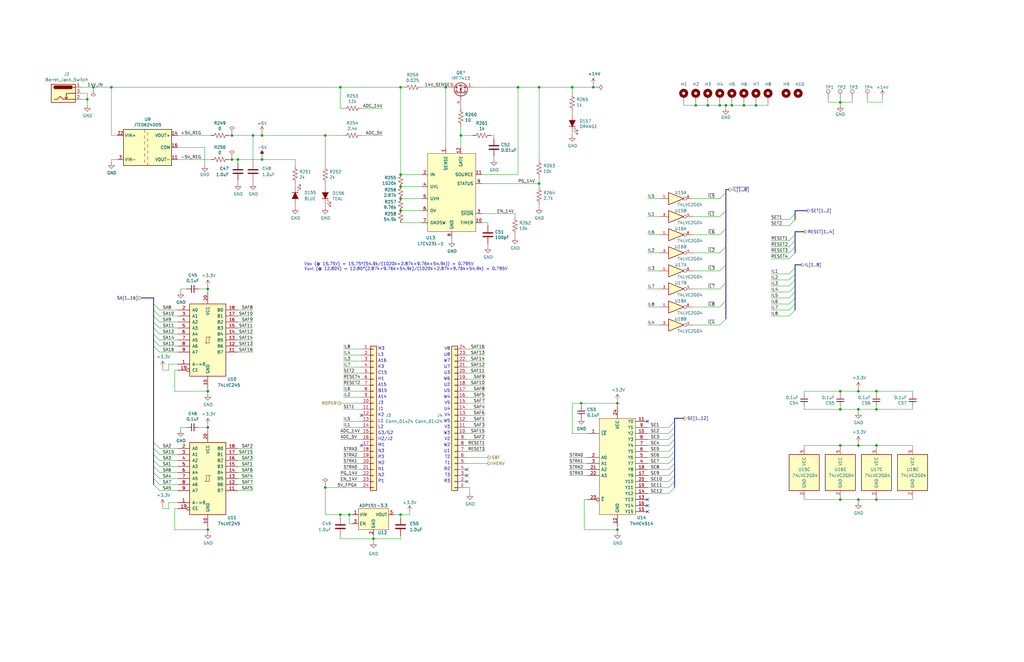
<source format=kicad_sch>
(kicad_sch (version 20211123) (generator eeschema)
  (paper "USLedger")
  (junction (at 313.69 44.45))
  (junction (at 110.49 57.15))
  (junction (at 227.33 77.47))
  (junction (at 298.45 44.45))
  (junction (at 143.51 217.17))
  (junction (at 303.53 44.45))
  (junction (at 369.57 172.72))
  (junction (at 87.63 165.1))
  (junction (at 100.33 67.31))
  (junction (at 137.16 57.15))
  (junction (at 354.33 210.82))
  (junction (at 369.57 210.82))
  (junction (at 354.33 165.1))
  (junction (at 250.19 36.83))
  (junction (at 87.63 180.34))
  (junction (at 143.51 36.83))
  (junction (at 306.07 44.45))
  (junction (at 168.91 73.66))
  (junction (at 168.91 36.83))
  (junction (at 87.63 121.92))
  (junction (at 241.3 36.83))
  (junction (at 369.57 165.1))
  (junction (at 308.61 44.45))
  (junction (at 110.49 67.31))
  (junction (at 97.79 57.15))
  (junction (at 168.91 78.74))
  (junction (at 361.95 172.72))
  (junction (at 354.33 43.18))
  (junction (at 227.33 36.83))
  (junction (at 97.79 67.31))
  (junction (at 354.33 187.96))
  (junction (at 260.35 170.18))
  (junction (at 260.35 223.52))
  (junction (at 168.91 83.82))
  (junction (at 354.33 172.72))
  (junction (at 293.37 44.45))
  (junction (at 39.37 36.83))
  (junction (at 168.91 88.9))
  (junction (at 157.48 227.33))
  (junction (at 46.99 36.83))
  (junction (at 87.63 223.52))
  (junction (at 245.11 170.18))
  (junction (at 137.16 205.74))
  (junction (at 106.68 57.15))
  (junction (at 168.91 217.17))
  (junction (at 187.96 36.83))
  (junction (at 361.95 165.1))
  (junction (at 147.32 217.17))
  (junction (at 36.83 41.91))
  (junction (at 218.44 36.83))
  (junction (at 361.95 187.96))
  (junction (at 369.57 187.96))
  (junction (at 194.31 57.15))
  (junction (at 318.77 44.45))
  (junction (at 361.95 210.82))
  (no_connect (at 273.05 210.82))
  (no_connect (at 273.05 213.36))
  (no_connect (at 273.05 215.9))
  (no_connect (at 196.85 198.12))
  (no_connect (at 196.85 200.66))
  (no_connect (at 196.85 203.2))
  (no_connect (at 152.4 175.26))
  (no_connect (at 152.4 187.96))
  (no_connect (at 273.05 177.8))
  (bus_entry (at 64.77 140.97) (size 2.54 2.54))
  (bus_entry (at 332.74 95.25) (size 2.54 -2.54))
  (bus_entry (at 303.53 114.3) (size 2.54 -2.54))
  (bus_entry (at 303.53 129.54) (size 2.54 -2.54))
  (bus_entry (at 332.74 101.6) (size 2.54 -2.54))
  (bus_entry (at 281.94 200.66) (size 2.54 -2.54))
  (bus_entry (at 64.77 191.77) (size 2.54 2.54))
  (bus_entry (at 332.74 104.14) (size 2.54 -2.54))
  (bus_entry (at 332.74 130.81) (size 2.54 -2.54))
  (bus_entry (at 281.94 190.5) (size 2.54 -2.54))
  (bus_entry (at 64.77 130.81) (size 2.54 2.54))
  (bus_entry (at 64.77 133.35) (size 2.54 2.54))
  (bus_entry (at 281.94 195.58) (size 2.54 -2.54))
  (bus_entry (at 281.94 208.28) (size 2.54 -2.54))
  (bus_entry (at 332.74 92.71) (size 2.54 -2.54))
  (bus_entry (at 332.74 115.57) (size 2.54 -2.54))
  (bus_entry (at 303.53 83.82) (size 2.54 -2.54))
  (bus_entry (at 281.94 203.2) (size 2.54 -2.54))
  (bus_entry (at 64.77 204.47) (size 2.54 2.54))
  (bus_entry (at 281.94 187.96) (size 2.54 -2.54))
  (bus_entry (at 64.77 194.31) (size 2.54 2.54))
  (bus_entry (at 332.74 125.73) (size 2.54 -2.54))
  (bus_entry (at 281.94 193.04) (size 2.54 -2.54))
  (bus_entry (at 64.77 196.85) (size 2.54 2.54))
  (bus_entry (at 332.74 118.11) (size 2.54 -2.54))
  (bus_entry (at 64.77 146.05) (size 2.54 2.54))
  (bus_entry (at 281.94 185.42) (size 2.54 -2.54))
  (bus_entry (at 281.94 198.12) (size 2.54 -2.54))
  (bus_entry (at 303.53 91.44) (size 2.54 -2.54))
  (bus_entry (at 332.74 133.35) (size 2.54 -2.54))
  (bus_entry (at 303.53 137.16) (size 2.54 -2.54))
  (bus_entry (at 303.53 121.92) (size 2.54 -2.54))
  (bus_entry (at 64.77 128.27) (size 2.54 2.54))
  (bus_entry (at 64.77 138.43) (size 2.54 2.54))
  (bus_entry (at 332.74 123.19) (size 2.54 -2.54))
  (bus_entry (at 64.77 143.51) (size 2.54 2.54))
  (bus_entry (at 332.74 109.22) (size 2.54 -2.54))
  (bus_entry (at 64.77 186.69) (size 2.54 2.54))
  (bus_entry (at 332.74 128.27) (size 2.54 -2.54))
  (bus_entry (at 281.94 205.74) (size 2.54 -2.54))
  (bus_entry (at 303.53 106.68) (size 2.54 -2.54))
  (bus_entry (at 332.74 120.65) (size 2.54 -2.54))
  (bus_entry (at 64.77 199.39) (size 2.54 2.54))
  (bus_entry (at 281.94 182.88) (size 2.54 -2.54))
  (bus_entry (at 64.77 135.89) (size 2.54 2.54))
  (bus_entry (at 303.53 99.06) (size 2.54 -2.54))
  (bus_entry (at 64.77 201.93) (size 2.54 2.54))
  (bus_entry (at 332.74 106.68) (size 2.54 -2.54))
  (bus_entry (at 281.94 180.34) (size 2.54 -2.54))
  (bus_entry (at 64.77 189.23) (size 2.54 2.54))
  (wire (pts (xy 172.72 215.9) (xy 172.72 217.17)))
  (wire (pts (xy 361.95 186.69) (xy 361.95 187.96)))
  (bus (pts (xy 335.28 118.11) (xy 335.28 115.57)))
  (wire (pts (xy 273.05 200.66) (xy 281.94 200.66)))
  (wire (pts (xy 168.91 36.83) (xy 168.91 73.66)))
  (wire (pts (xy 74.93 67.31) (xy 88.9 67.31)))
  (wire (pts (xy 246.38 223.52) (xy 260.35 223.52)))
  (wire (pts (xy 205.74 93.98) (xy 205.74 95.25)))
  (wire (pts (xy 71.12 214.63) (xy 68.58 214.63)))
  (wire (pts (xy 144.78 152.4) (xy 152.4 152.4)))
  (wire (pts (xy 46.99 36.83) (xy 46.99 57.15)))
  (wire (pts (xy 361.95 165.1) (xy 354.33 165.1)))
  (wire (pts (xy 361.95 163.83) (xy 361.95 165.1)))
  (wire (pts (xy 74.93 196.85) (xy 67.31 196.85)))
  (wire (pts (xy 198.12 205.74) (xy 198.12 208.28)))
  (bus (pts (xy 64.77 128.27) (xy 64.77 130.81)))
  (wire (pts (xy 74.93 140.97) (xy 67.31 140.97)))
  (wire (pts (xy 76.2 180.34) (xy 76.2 181.61)))
  (wire (pts (xy 354.33 43.18) (xy 359.41 43.18)))
  (wire (pts (xy 278.13 121.92) (xy 273.05 121.92)))
  (wire (pts (xy 177.8 88.9) (xy 168.91 88.9)))
  (bus (pts (xy 306.07 88.9) (xy 306.07 96.52)))
  (wire (pts (xy 137.16 205.74) (xy 137.16 217.17)))
  (wire (pts (xy 369.57 171.45) (xy 369.57 172.72)))
  (wire (pts (xy 292.1 137.16) (xy 303.53 137.16)))
  (wire (pts (xy 339.09 210.82) (xy 354.33 210.82)))
  (bus (pts (xy 306.07 81.28) (xy 306.07 88.9)))
  (wire (pts (xy 361.95 173.99) (xy 361.95 172.72)))
  (wire (pts (xy 339.09 171.45) (xy 339.09 172.72)))
  (wire (pts (xy 240.03 200.66) (xy 247.65 200.66)))
  (wire (pts (xy 354.33 165.1) (xy 339.09 165.1)))
  (wire (pts (xy 157.48 227.33) (xy 143.51 227.33)))
  (wire (pts (xy 349.25 43.18) (xy 354.33 43.18)))
  (bus (pts (xy 284.48 190.5) (xy 284.48 193.04)))
  (wire (pts (xy 106.68 57.15) (xy 110.49 57.15)))
  (wire (pts (xy 74.93 62.23) (xy 86.36 62.23)))
  (wire (pts (xy 240.03 193.04) (xy 247.65 193.04)))
  (wire (pts (xy 152.4 172.72) (xy 144.78 172.72)))
  (bus (pts (xy 64.77 146.05) (xy 64.77 186.69)))
  (wire (pts (xy 384.81 166.37) (xy 384.81 165.1)))
  (wire (pts (xy 74.93 207.01) (xy 67.31 207.01)))
  (wire (pts (xy 46.99 68.58) (xy 46.99 67.31)))
  (wire (pts (xy 196.85 205.74) (xy 198.12 205.74)))
  (wire (pts (xy 144.78 198.12) (xy 152.4 198.12)))
  (wire (pts (xy 34.29 41.91) (xy 36.83 41.91)))
  (wire (pts (xy 87.63 180.34) (xy 83.82 180.34)))
  (bus (pts (xy 64.77 135.89) (xy 64.77 138.43)))
  (wire (pts (xy 144.78 149.86) (xy 152.4 149.86)))
  (wire (pts (xy 241.3 170.18) (xy 241.3 182.88)))
  (wire (pts (xy 74.93 148.59) (xy 67.31 148.59)))
  (bus (pts (xy 64.77 138.43) (xy 64.77 140.97)))
  (wire (pts (xy 152.4 203.2) (xy 143.51 203.2)))
  (wire (pts (xy 106.68 57.15) (xy 106.68 68.58)))
  (bus (pts (xy 64.77 191.77) (xy 64.77 194.31)))
  (bus (pts (xy 284.48 182.88) (xy 284.48 185.42)))
  (wire (pts (xy 369.57 166.37) (xy 369.57 165.1)))
  (wire (pts (xy 100.33 191.77) (xy 106.68 191.77)))
  (wire (pts (xy 273.05 203.2) (xy 281.94 203.2)))
  (wire (pts (xy 384.81 172.72) (xy 384.81 171.45)))
  (wire (pts (xy 100.33 199.39) (xy 106.68 199.39)))
  (wire (pts (xy 292.1 114.3) (xy 303.53 114.3)))
  (wire (pts (xy 241.3 39.37) (xy 241.3 36.83)))
  (wire (pts (xy 74.93 143.51) (xy 67.31 143.51)))
  (wire (pts (xy 303.53 44.45) (xy 306.07 44.45)))
  (wire (pts (xy 260.35 168.91) (xy 260.35 170.18)))
  (wire (pts (xy 106.68 76.2) (xy 106.68 77.47)))
  (wire (pts (xy 306.07 44.45) (xy 308.61 44.45)))
  (wire (pts (xy 288.29 43.18) (xy 288.29 44.45)))
  (wire (pts (xy 245.11 170.18) (xy 241.3 170.18)))
  (bus (pts (xy 306.07 127) (xy 306.07 134.62)))
  (wire (pts (xy 208.28 67.31) (xy 208.28 66.04)))
  (wire (pts (xy 204.47 170.18) (xy 196.85 170.18)))
  (wire (pts (xy 74.93 146.05) (xy 67.31 146.05)))
  (wire (pts (xy 144.78 160.02) (xy 152.4 160.02)))
  (wire (pts (xy 96.52 67.31) (xy 97.79 67.31)))
  (wire (pts (xy 369.57 165.1) (xy 361.95 165.1)))
  (wire (pts (xy 217.17 90.17) (xy 217.17 91.44)))
  (wire (pts (xy 152.4 200.66) (xy 143.51 200.66)))
  (wire (pts (xy 273.05 193.04) (xy 281.94 193.04)))
  (wire (pts (xy 349.25 41.91) (xy 349.25 43.18)))
  (wire (pts (xy 143.51 170.18) (xy 152.4 170.18)))
  (wire (pts (xy 71.12 212.09) (xy 71.12 214.63)))
  (wire (pts (xy 124.46 69.85) (xy 124.46 67.31)))
  (wire (pts (xy 196.85 160.02) (xy 204.47 160.02)))
  (wire (pts (xy 71.12 156.21) (xy 68.58 156.21)))
  (wire (pts (xy 369.57 172.72) (xy 384.81 172.72)))
  (wire (pts (xy 325.12 123.19) (xy 332.74 123.19)))
  (bus (pts (xy 284.48 176.53) (xy 288.29 176.53)))
  (wire (pts (xy 354.33 172.72) (xy 361.95 172.72)))
  (wire (pts (xy 325.12 104.14) (xy 332.74 104.14)))
  (wire (pts (xy 36.83 41.91) (xy 36.83 39.37)))
  (wire (pts (xy 361.95 187.96) (xy 354.33 187.96)))
  (wire (pts (xy 217.17 90.17) (xy 203.2 90.17)))
  (bus (pts (xy 284.48 177.8) (xy 284.48 180.34)))
  (wire (pts (xy 34.29 36.83) (xy 39.37 36.83)))
  (wire (pts (xy 323.85 44.45) (xy 323.85 43.18)))
  (wire (pts (xy 194.31 44.45) (xy 194.31 45.72)))
  (wire (pts (xy 278.13 106.68) (xy 273.05 106.68)))
  (wire (pts (xy 359.41 41.91) (xy 359.41 43.18)))
  (wire (pts (xy 204.47 157.48) (xy 196.85 157.48)))
  (wire (pts (xy 100.33 140.97) (xy 106.68 140.97)))
  (wire (pts (xy 241.3 36.83) (xy 250.19 36.83)))
  (wire (pts (xy 144.78 154.94) (xy 152.4 154.94)))
  (wire (pts (xy 260.35 223.52) (xy 260.35 222.25)))
  (bus (pts (xy 64.77 186.69) (xy 64.77 189.23)))
  (wire (pts (xy 361.95 172.72) (xy 369.57 172.72)))
  (wire (pts (xy 73.66 165.1) (xy 87.63 165.1)))
  (wire (pts (xy 308.61 44.45) (xy 313.69 44.45)))
  (wire (pts (xy 250.19 36.83) (xy 250.19 35.56)))
  (bus (pts (xy 335.28 123.19) (xy 335.28 120.65)))
  (wire (pts (xy 152.4 182.88) (xy 143.51 182.88)))
  (wire (pts (xy 278.13 91.44) (xy 273.05 91.44)))
  (wire (pts (xy 144.78 147.32) (xy 152.4 147.32)))
  (wire (pts (xy 152.4 205.74) (xy 137.16 205.74)))
  (wire (pts (xy 354.33 189.23) (xy 354.33 187.96)))
  (bus (pts (xy 64.77 199.39) (xy 64.77 201.93)))
  (wire (pts (xy 318.77 44.45) (xy 318.77 43.18)))
  (wire (pts (xy 96.52 57.15) (xy 97.79 57.15)))
  (wire (pts (xy 292.1 99.06) (xy 303.53 99.06)))
  (wire (pts (xy 354.33 210.82) (xy 361.95 210.82)))
  (wire (pts (xy 218.44 73.66) (xy 218.44 36.83)))
  (wire (pts (xy 100.33 76.2) (xy 100.33 77.47)))
  (wire (pts (xy 204.47 167.64) (xy 196.85 167.64)))
  (bus (pts (xy 64.77 133.35) (xy 64.77 135.89)))
  (wire (pts (xy 325.12 101.6) (xy 332.74 101.6)))
  (wire (pts (xy 292.1 121.92) (xy 303.53 121.92)))
  (wire (pts (xy 204.47 175.26) (xy 196.85 175.26)))
  (wire (pts (xy 74.93 156.21) (xy 73.66 156.21)))
  (wire (pts (xy 313.69 44.45) (xy 313.69 43.18)))
  (wire (pts (xy 298.45 44.45) (xy 298.45 43.18)))
  (wire (pts (xy 97.79 66.04) (xy 97.79 67.31)))
  (wire (pts (xy 365.76 43.18) (xy 372.11 43.18)))
  (wire (pts (xy 74.93 194.31) (xy 67.31 194.31)))
  (bus (pts (xy 64.77 201.93) (xy 64.77 204.47)))
  (wire (pts (xy 227.33 74.93) (xy 227.33 77.47)))
  (wire (pts (xy 87.63 121.92) (xy 83.82 121.92)))
  (wire (pts (xy 241.3 55.88) (xy 241.3 57.15)))
  (wire (pts (xy 97.79 57.15) (xy 106.68 57.15)))
  (bus (pts (xy 284.48 185.42) (xy 284.48 187.96)))
  (wire (pts (xy 144.78 157.48) (xy 152.4 157.48)))
  (wire (pts (xy 187.96 36.83) (xy 189.23 36.83)))
  (wire (pts (xy 168.91 83.82) (xy 177.8 83.82)))
  (bus (pts (xy 284.48 203.2) (xy 284.48 205.74)))
  (wire (pts (xy 245.11 171.45) (xy 245.11 170.18)))
  (wire (pts (xy 100.33 67.31) (xy 100.33 68.58)))
  (bus (pts (xy 335.28 88.9) (xy 340.36 88.9)))
  (wire (pts (xy 204.47 172.72) (xy 196.85 172.72)))
  (wire (pts (xy 74.93 191.77) (xy 67.31 191.77)))
  (wire (pts (xy 100.33 135.89) (xy 106.68 135.89)))
  (bus (pts (xy 335.28 97.79) (xy 335.28 99.06)))
  (bus (pts (xy 64.77 194.31) (xy 64.77 196.85)))
  (wire (pts (xy 227.33 36.83) (xy 227.33 67.31)))
  (wire (pts (xy 273.05 198.12) (xy 281.94 198.12)))
  (wire (pts (xy 168.91 73.66) (xy 177.8 73.66)))
  (wire (pts (xy 227.33 77.47) (xy 227.33 78.74)))
  (wire (pts (xy 137.16 78.74) (xy 137.16 77.47)))
  (wire (pts (xy 204.47 177.8) (xy 196.85 177.8)))
  (wire (pts (xy 144.78 167.64) (xy 152.4 167.64)))
  (wire (pts (xy 196.85 154.94) (xy 204.47 154.94)))
  (wire (pts (xy 87.63 165.1) (xy 87.63 163.83)))
  (bus (pts (xy 64.77 125.73) (xy 59.69 125.73)))
  (wire (pts (xy 74.93 130.81) (xy 67.31 130.81)))
  (wire (pts (xy 203.2 93.98) (xy 205.74 93.98)))
  (wire (pts (xy 339.09 165.1) (xy 339.09 166.37)))
  (wire (pts (xy 292.1 106.68) (xy 303.53 106.68)))
  (bus (pts (xy 284.48 195.58) (xy 284.48 198.12)))
  (wire (pts (xy 260.35 224.79) (xy 260.35 223.52)))
  (wire (pts (xy 196.85 195.58) (xy 205.74 195.58)))
  (wire (pts (xy 137.16 69.85) (xy 137.16 57.15)))
  (wire (pts (xy 278.13 137.16) (xy 273.05 137.16)))
  (wire (pts (xy 354.33 43.18) (xy 354.33 44.45)))
  (wire (pts (xy 87.63 223.52) (xy 87.63 222.25)))
  (wire (pts (xy 100.33 138.43) (xy 106.68 138.43)))
  (bus (pts (xy 335.28 113.03) (xy 335.28 111.76)))
  (wire (pts (xy 100.33 189.23) (xy 106.68 189.23)))
  (wire (pts (xy 205.74 104.14) (xy 205.74 102.87)))
  (wire (pts (xy 278.13 129.54) (xy 273.05 129.54)))
  (wire (pts (xy 196.85 149.86) (xy 204.47 149.86)))
  (bus (pts (xy 306.07 96.52) (xy 306.07 104.14)))
  (wire (pts (xy 293.37 44.45) (xy 298.45 44.45)))
  (wire (pts (xy 39.37 38.1) (xy 39.37 36.83)))
  (wire (pts (xy 203.2 73.66) (xy 218.44 73.66)))
  (wire (pts (xy 325.12 133.35) (xy 332.74 133.35)))
  (wire (pts (xy 204.47 190.5) (xy 196.85 190.5)))
  (wire (pts (xy 292.1 83.82) (xy 303.53 83.82)))
  (wire (pts (xy 260.35 170.18) (xy 260.35 171.45)))
  (wire (pts (xy 87.63 166.37) (xy 87.63 165.1)))
  (wire (pts (xy 372.11 43.18) (xy 372.11 40.64)))
  (wire (pts (xy 203.2 77.47) (xy 227.33 77.47)))
  (wire (pts (xy 204.47 180.34) (xy 196.85 180.34)))
  (wire (pts (xy 76.2 121.92) (xy 76.2 123.19)))
  (wire (pts (xy 384.81 210.82) (xy 384.81 209.55)))
  (wire (pts (xy 273.05 185.42) (xy 281.94 185.42)))
  (wire (pts (xy 73.66 156.21) (xy 73.66 165.1)))
  (bus (pts (xy 64.77 140.97) (xy 64.77 143.51)))
  (bus (pts (xy 335.28 120.65) (xy 335.28 118.11)))
  (wire (pts (xy 240.03 195.58) (xy 247.65 195.58)))
  (wire (pts (xy 204.47 152.4) (xy 196.85 152.4)))
  (wire (pts (xy 73.66 214.63) (xy 73.66 223.52)))
  (wire (pts (xy 187.96 62.23) (xy 187.96 36.83)))
  (wire (pts (xy 100.33 133.35) (xy 106.68 133.35)))
  (wire (pts (xy 100.33 146.05) (xy 106.68 146.05)))
  (wire (pts (xy 124.46 86.36) (xy 124.46 87.63)))
  (wire (pts (xy 325.12 130.81) (xy 332.74 130.81)))
  (wire (pts (xy 144.78 193.04) (xy 152.4 193.04)))
  (wire (pts (xy 384.81 189.23) (xy 384.81 187.96)))
  (wire (pts (xy 325.12 95.25) (xy 332.74 95.25)))
  (wire (pts (xy 325.12 118.11) (xy 332.74 118.11)))
  (wire (pts (xy 137.16 86.36) (xy 137.16 87.63)))
  (wire (pts (xy 354.33 166.37) (xy 354.33 165.1)))
  (wire (pts (xy 74.93 204.47) (xy 67.31 204.47)))
  (wire (pts (xy 325.12 115.57) (xy 332.74 115.57)))
  (wire (pts (xy 86.36 62.23) (xy 86.36 69.85)))
  (wire (pts (xy 292.1 91.44) (xy 303.53 91.44)))
  (wire (pts (xy 152.4 45.72) (xy 161.29 45.72)))
  (wire (pts (xy 68.58 156.21) (xy 68.58 154.94)))
  (wire (pts (xy 152.4 162.56) (xy 144.78 162.56)))
  (bus (pts (xy 284.48 176.53) (xy 284.48 177.8)))
  (bus (pts (xy 335.28 130.81) (xy 335.28 128.27)))
  (wire (pts (xy 217.17 100.33) (xy 217.17 99.06)))
  (wire (pts (xy 143.51 45.72) (xy 144.78 45.72)))
  (wire (pts (xy 124.46 78.74) (xy 124.46 77.47)))
  (bus (pts (xy 64.77 125.73) (xy 64.77 128.27)))
  (bus (pts (xy 335.28 101.6) (xy 335.28 104.14)))
  (wire (pts (xy 199.39 36.83) (xy 218.44 36.83)))
  (wire (pts (xy 87.63 179.07) (xy 87.63 180.34)))
  (wire (pts (xy 110.49 67.31) (xy 124.46 67.31)))
  (wire (pts (xy 204.47 185.42) (xy 196.85 185.42)))
  (wire (pts (xy 166.37 217.17) (xy 168.91 217.17)))
  (wire (pts (xy 168.91 227.33) (xy 168.91 226.06)))
  (wire (pts (xy 204.47 147.32) (xy 196.85 147.32)))
  (wire (pts (xy 78.74 180.34) (xy 76.2 180.34)))
  (wire (pts (xy 318.77 44.45) (xy 323.85 44.45)))
  (bus (pts (xy 306.07 80.01) (xy 306.07 81.28)))
  (wire (pts (xy 74.93 201.93) (xy 67.31 201.93)))
  (wire (pts (xy 143.51 36.83) (xy 168.91 36.83)))
  (wire (pts (xy 157.48 227.33) (xy 168.91 227.33)))
  (wire (pts (xy 100.33 67.31) (xy 110.49 67.31)))
  (wire (pts (xy 293.37 43.18) (xy 293.37 44.45)))
  (wire (pts (xy 339.09 209.55) (xy 339.09 210.82)))
  (wire (pts (xy 100.33 194.31) (xy 106.68 194.31)))
  (wire (pts (xy 100.33 196.85) (xy 106.68 196.85)))
  (wire (pts (xy 168.91 217.17) (xy 172.72 217.17)))
  (wire (pts (xy 246.38 210.82) (xy 246.38 223.52)))
  (wire (pts (xy 97.79 55.88) (xy 97.79 57.15)))
  (wire (pts (xy 208.28 58.42) (xy 208.28 57.15)))
  (bus (pts (xy 335.28 90.17) (xy 335.28 92.71)))
  (wire (pts (xy 74.93 189.23) (xy 67.31 189.23)))
  (wire (pts (xy 204.47 162.56) (xy 196.85 162.56)))
  (wire (pts (xy 325.12 109.22) (xy 332.74 109.22)))
  (wire (pts (xy 369.57 187.96) (xy 361.95 187.96)))
  (bus (pts (xy 306.07 80.01) (xy 307.34 80.01)))
  (wire (pts (xy 100.33 207.01) (xy 106.68 207.01)))
  (wire (pts (xy 46.99 57.15) (xy 49.53 57.15)))
  (wire (pts (xy 247.65 210.82) (xy 246.38 210.82)))
  (wire (pts (xy 273.05 182.88) (xy 281.94 182.88)))
  (bus (pts (xy 64.77 196.85) (xy 64.77 199.39)))
  (wire (pts (xy 241.3 48.26) (xy 241.3 46.99)))
  (wire (pts (xy 273.05 180.34) (xy 281.94 180.34)))
  (wire (pts (xy 137.16 204.47) (xy 137.16 205.74)))
  (wire (pts (xy 39.37 36.83) (xy 46.99 36.83)))
  (bus (pts (xy 284.48 187.96) (xy 284.48 190.5)))
  (bus (pts (xy 284.48 193.04) (xy 284.48 195.58)))
  (wire (pts (xy 240.03 198.12) (xy 247.65 198.12)))
  (wire (pts (xy 87.63 180.34) (xy 87.63 181.61)))
  (wire (pts (xy 87.63 120.65) (xy 87.63 121.92)))
  (wire (pts (xy 194.31 53.34) (xy 194.31 57.15)))
  (wire (pts (xy 273.05 208.28) (xy 281.94 208.28)))
  (wire (pts (xy 168.91 217.17) (xy 168.91 218.44)))
  (wire (pts (xy 147.32 220.98) (xy 147.32 217.17)))
  (wire (pts (xy 196.85 165.1) (xy 204.47 165.1)))
  (wire (pts (xy 46.99 67.31) (xy 49.53 67.31)))
  (wire (pts (xy 36.83 39.37) (xy 34.29 39.37)))
  (wire (pts (xy 204.47 182.88) (xy 196.85 182.88)))
  (bus (pts (xy 335.28 111.76) (xy 337.82 111.76)))
  (wire (pts (xy 241.3 182.88) (xy 247.65 182.88)))
  (wire (pts (xy 157.48 227.33) (xy 157.48 228.6)))
  (wire (pts (xy 384.81 187.96) (xy 369.57 187.96)))
  (wire (pts (xy 325.12 106.68) (xy 332.74 106.68)))
  (wire (pts (xy 152.4 57.15) (xy 161.29 57.15)))
  (wire (pts (xy 325.12 125.73) (xy 332.74 125.73)))
  (wire (pts (xy 68.58 214.63) (xy 68.58 213.36)))
  (wire (pts (xy 313.69 44.45) (xy 318.77 44.45)))
  (wire (pts (xy 46.99 36.83) (xy 143.51 36.83)))
  (wire (pts (xy 168.91 36.83) (xy 170.18 36.83)))
  (wire (pts (xy 361.95 212.09) (xy 361.95 210.82)))
  (wire (pts (xy 260.35 170.18) (xy 245.11 170.18)))
  (wire (pts (xy 303.53 44.45) (xy 303.53 43.18)))
  (wire (pts (xy 87.63 224.79) (xy 87.63 223.52)))
  (wire (pts (xy 369.57 210.82) (xy 384.81 210.82)))
  (wire (pts (xy 152.4 185.42) (xy 143.51 185.42)))
  (wire (pts (xy 325.12 92.71) (xy 332.74 92.71)))
  (wire (pts (xy 339.09 172.72) (xy 354.33 172.72)))
  (wire (pts (xy 354.33 171.45) (xy 354.33 172.72)))
  (wire (pts (xy 208.28 57.15) (xy 207.01 57.15)))
  (wire (pts (xy 143.51 218.44) (xy 143.51 217.17)))
  (wire (pts (xy 100.33 204.47) (xy 106.68 204.47)))
  (wire (pts (xy 298.45 44.45) (xy 303.53 44.45)))
  (wire (pts (xy 365.76 41.91) (xy 365.76 43.18)))
  (wire (pts (xy 74.93 199.39) (xy 67.31 199.39)))
  (wire (pts (xy 227.33 36.83) (xy 241.3 36.83)))
  (wire (pts (xy 194.31 57.15) (xy 194.31 62.23)))
  (bus (pts (xy 64.77 130.81) (xy 64.77 133.35)))
  (wire (pts (xy 278.13 114.3) (xy 273.05 114.3)))
  (wire (pts (xy 74.93 133.35) (xy 67.31 133.35)))
  (wire (pts (xy 74.93 57.15) (xy 88.9 57.15)))
  (wire (pts (xy 273.05 205.74) (xy 281.94 205.74)))
  (bus (pts (xy 335.28 99.06) (xy 335.28 101.6)))
  (wire (pts (xy 143.51 36.83) (xy 143.51 45.72)))
  (wire (pts (xy 354.33 187.96) (xy 339.09 187.96)))
  (bus (pts (xy 335.28 97.79) (xy 339.09 97.79)))
  (wire (pts (xy 74.93 214.63) (xy 73.66 214.63)))
  (wire (pts (xy 100.33 143.51) (xy 106.68 143.51)))
  (bus (pts (xy 306.07 119.38) (xy 306.07 127)))
  (wire (pts (xy 308.61 44.45) (xy 308.61 43.18)))
  (wire (pts (xy 144.78 190.5) (xy 152.4 190.5)))
  (wire (pts (xy 71.12 153.67) (xy 71.12 156.21)))
  (bus (pts (xy 335.28 88.9) (xy 335.28 90.17)))
  (wire (pts (xy 36.83 41.91) (xy 36.83 44.45)))
  (wire (pts (xy 143.51 227.33) (xy 143.51 226.06)))
  (bus (pts (xy 64.77 143.51) (xy 64.77 146.05)))
  (wire (pts (xy 354.33 41.91) (xy 354.33 43.18)))
  (wire (pts (xy 87.63 121.92) (xy 87.63 123.19)))
  (wire (pts (xy 339.09 187.96) (xy 339.09 189.23)))
  (bus (pts (xy 64.77 189.23) (xy 64.77 191.77)))
  (wire (pts (xy 204.47 187.96) (xy 196.85 187.96)))
  (wire (pts (xy 199.39 57.15) (xy 194.31 57.15)))
  (bus (pts (xy 284.48 200.66) (xy 284.48 203.2)))
  (wire (pts (xy 369.57 209.55) (xy 369.57 210.82)))
  (wire (pts (xy 97.79 67.31) (xy 100.33 67.31)))
  (wire (pts (xy 74.93 212.09) (xy 71.12 212.09)))
  (wire (pts (xy 100.33 148.59) (xy 106.68 148.59)))
  (bus (pts (xy 306.07 111.76) (xy 306.07 119.38)))
  (wire (pts (xy 110.49 66.04) (xy 110.49 67.31)))
  (wire (pts (xy 137.16 217.17) (xy 143.51 217.17)))
  (wire (pts (xy 361.95 210.82) (xy 369.57 210.82)))
  (wire (pts (xy 147.32 217.17) (xy 148.59 217.17)))
  (bus (pts (xy 284.48 180.34) (xy 284.48 182.88)))
  (wire (pts (xy 273.05 190.5) (xy 281.94 190.5)))
  (bus (pts (xy 284.48 198.12) (xy 284.48 200.66)))
  (wire (pts (xy 78.74 121.92) (xy 76.2 121.92)))
  (wire (pts (xy 148.59 220.98) (xy 147.32 220.98)))
  (bus (pts (xy 306.07 104.14) (xy 306.07 111.76)))
  (wire (pts (xy 190.5 101.6) (xy 190.5 100.33)))
  (wire (pts (xy 74.93 138.43) (xy 67.31 138.43)))
  (wire (pts (xy 74.93 135.89) (xy 67.31 135.89)))
  (wire (pts (xy 354.33 209.55) (xy 354.33 210.82)))
  (bus (pts (xy 335.28 115.57) (xy 335.28 113.03)))
  (bus (pts (xy 335.28 125.73) (xy 335.28 123.19)))
  (wire (pts (xy 292.1 129.54) (xy 303.53 129.54)))
  (wire (pts (xy 110.49 57.15) (xy 137.16 57.15)))
  (wire (pts (xy 278.13 83.82) (xy 273.05 83.82)))
  (wire (pts (xy 143.51 217.17) (xy 147.32 217.17)))
  (wire (pts (xy 74.93 153.67) (xy 71.12 153.67)))
  (bus (pts (xy 335.28 104.14) (xy 335.28 106.68)))
  (wire (pts (xy 384.81 165.1) (xy 369.57 165.1)))
  (wire (pts (xy 177.8 36.83) (xy 187.96 36.83)))
  (wire (pts (xy 137.16 57.15) (xy 144.78 57.15)))
  (bus (pts (xy 335.28 128.27) (xy 335.28 125.73)))
  (wire (pts (xy 100.33 201.93) (xy 106.68 201.93)))
  (wire (pts (xy 168.91 93.98) (xy 177.8 93.98)))
  (wire (pts (xy 218.44 36.83) (xy 227.33 36.83)))
  (wire (pts (xy 306.07 44.45) (xy 306.07 45.72)))
  (wire (pts (xy 325.12 128.27) (xy 332.74 128.27)))
  (wire (pts (xy 177.8 78.74) (xy 168.91 78.74)))
  (wire (pts (xy 278.13 99.06) (xy 273.05 99.06)))
  (wire (pts (xy 251.46 36.83) (xy 250.19 36.83)))
  (wire (pts (xy 325.12 120.65) (xy 332.74 120.65)))
  (wire (pts (xy 227.33 86.36) (xy 227.33 87.63)))
  (wire (pts (xy 273.05 195.58) (xy 281.94 195.58)))
  (wire (pts (xy 73.66 223.52) (xy 87.63 223.52)))
  (wire (pts (xy 110.49 55.88) (xy 110.49 57.15)))
  (wire (pts (xy 273.05 187.96) (xy 281.94 187.96)))
  (wire (pts (xy 196.85 193.04) (xy 205.74 193.04)))
  (wire (pts (xy 144.78 195.58) (xy 152.4 195.58)))
  (wire (pts (xy 369.57 189.23) (xy 369.57 187.96)))
  (wire (pts (xy 144.78 165.1) (xy 152.4 165.1)))
  (wire (pts (xy 100.33 130.81) (xy 106.68 130.81)))
  (wire (pts (xy 144.78 180.34) (xy 152.4 180.34)))
  (wire (pts (xy 157.48 226.06) (xy 157.48 227.33)))
  (wire (pts (xy 144.78 177.8) (xy 152.4 177.8)))
  (wire (pts (xy 288.29 44.45) (xy 293.37 44.45)))
  (text "K2" (at 159.385 175.895 0) (effects (font (size 1.27 1.27)) (justify left bottom)))
  (text "N1" (at 159.385 198.755 0) (effects (font (size 1.27 1.27)) (justify left bottom)))
  (text "W4" (at 189.865 168.275 180) (effects (font (size 1.27 1.27)) (justify right bottom)))
  (text "G3/G2" (at 159.385 183.515 0) (effects (font (size 1.27 1.27)) (justify left bottom)))
  (text "L2" (at 159.385 180.975 0) (effects (font (size 1.27 1.27)) (justify left bottom)))
  (text "A14" (at 159.385 168.275 0) (effects (font (size 1.27 1.27)) (justify left bottom)))
  (text "C15" (at 159.385 158.115 0) (effects (font (size 1.27 1.27)) (justify left bottom)))
  (text "L3" (at 159.385 150.495 0) (effects (font (size 1.27 1.27)) (justify left bottom)))
  (text "V2" (at 189.865 186.055 180) (effects (font (size 1.27 1.27)) (justify right bottom)))
  (text "H2/J2" (at 159.385 186.055 0) (effects (font (size 1.27 1.27)) (justify left bottom)))
  (text "R3" (at 189.865 203.835 180) (effects (font (size 1.27 1.27)) (justify right bottom)))
  (text "U1" (at 189.865 191.135 180) (effects (font (size 1.27 1.27)) (justify right bottom)))
  (text "P3" (at 159.385 193.675 0) (effects (font (size 1.27 1.27)) (justify left bottom)))
  (text "N3" (at 159.385 191.135 0) (effects (font (size 1.27 1.27)) (justify left bottom)))
  (text "J3" (at 159.385 170.815 0) (effects (font (size 1.27 1.27)) (justify left bottom)))
  (text "U7" (at 189.865 155.575 180) (effects (font (size 1.27 1.27)) (justify right bottom)))
  (text "W2" (at 189.865 188.595 180) (effects (font (size 1.27 1.27)) (justify right bottom)))
  (text "U4" (at 189.865 173.355 180) (effects (font (size 1.27 1.27)) (justify right bottom)))
  (text "T2" (at 189.865 193.675 180) (effects (font (size 1.27 1.27)) (justify right bottom)))
  (text "V5" (at 189.865 170.815 180) (effects (font (size 1.27 1.27)) (justify right bottom)))
  (text "A15" (at 159.385 163.195 0) (effects (font (size 1.27 1.27)) (justify left bottom)))
  (text "H1" (at 159.385 160.655 0) (effects (font (size 1.27 1.27)) (justify left bottom)))
  (text "N2" (at 159.385 201.295 0) (effects (font (size 1.27 1.27)) (justify left bottom)))
  (text "M1" (at 159.385 188.595 0) (effects (font (size 1.27 1.27)) (justify left bottom)))
  (text "M2" (at 159.385 196.215 0) (effects (font (size 1.27 1.27)) (justify left bottom)))
  (text "W3" (at 189.865 183.515 180) (effects (font (size 1.27 1.27)) (justify right bottom)))
  (text "R2" (at 189.865 198.755 180) (effects (font (size 1.27 1.27)) (justify right bottom)))
  (text "T3" (at 189.865 201.295 180) (effects (font (size 1.27 1.27)) (justify right bottom)))
  (text "W5" (at 189.865 178.435 180) (effects (font (size 1.27 1.27)) (justify right bottom)))
  (text "K3" (at 159.385 155.575 0) (effects (font (size 1.27 1.27)) (justify left bottom)))
  (text "V8" (at 189.865 147.955 180) (effects (font (size 1.27 1.27)) (justify right bottom)))
  (text "M3" (at 159.385 147.955 0) (effects (font (size 1.27 1.27)) (justify left bottom)))
  (text "J1" (at 159.385 173.355 0) (effects (font (size 1.27 1.27)) (justify left bottom)))
  (text "Vov (@ 15.75V) = 15.75*(54.9k/(1020k+2.87k+9.76k+54.9k)) = 0.795V\nVuvl (@ 12.80V) = 12.80*(2.87k+9.76k+54.9k)/(1020k+2.87k+9.76k+54.9k) = 0.795V" (at 128.27 114.3 0) (effects (font (size 1.27 1.27)) (justify left bottom)))
  (text "U5" (at 189.865 165.735 180) (effects (font (size 1.27 1.27)) (justify right bottom)))
  (text "L1" (at 159.385 178.435 0) (effects (font (size 1.27 1.27)) (justify left bottom)))
  (text "U8" (at 189.865 150.495 180) (effects (font (size 1.27 1.27)) (justify right bottom)))
  (text "W7" (at 189.865 153.035 180) (effects (font (size 1.27 1.27)) (justify right bottom)))
  (text "T1" (at 189.865 196.215 180) (effects (font (size 1.27 1.27)) (justify right bottom)))
  (text "V4" (at 189.865 175.895 180) (effects (font (size 1.27 1.27)) (justify right bottom)))
  (text "B15" (at 159.385 165.735 0) (effects (font (size 1.27 1.27)) (justify left bottom)))
  (text "A16" (at 159.385 153.035 0) (effects (font (size 1.27 1.27)) (justify left bottom)))
  (text "U3" (at 189.865 158.115 180) (effects (font (size 1.27 1.27)) (justify right bottom)))
  (text "W6" (at 189.865 160.655 180) (effects (font (size 1.27 1.27)) (justify right bottom)))
  (text "P1" (at 159.385 203.835 0) (effects (font (size 1.27 1.27)) (justify left bottom)))
  (text "U2" (at 189.865 163.195 180) (effects (font (size 1.27 1.27)) (justify right bottom)))
  (text "V3" (at 189.865 180.975 180) (effects (font (size 1.27 1.27)) (justify right bottom)))
  (label "IL1" (at 144.78 180.34 0))
  (label "SAF11" (at 204.47 157.48 180))
  (label "SE12" (at 274.32 208.28 0))
  (label "SAF7" (at 204.47 170.18 180))
  (label "RESET1" (at 204.47 187.96 180))
  (label "SA7" (at 68.58 204.47 0))
  (label "IL2" (at 144.78 167.64 0))
  (label "~{IL3}" (at 298.45 114.3 0))
  (label "SAF15" (at 106.68 191.77 180))
  (label "SA6" (at 68.58 199.39 0))
  (label "~{IL6}" (at 298.45 99.06 0))
  (label "IL3" (at 273.05 114.3 0))
  (label "SAF14" (at 106.68 143.51 180))
  (label "IL4" (at 325.12 123.19 0))
  (label "SA3" (at 68.58 194.31 0))
  (label "~{IL4}" (at 298.45 137.16 0))
  (label "~{IL2}" (at 298.45 106.68 0))
  (label "IL8" (at 273.05 129.54 0))
  (label "~{IL1}" (at 298.45 91.44 0))
  (label "SE6" (at 274.32 193.04 0))
  (label "SAF6" (at 204.47 175.26 180))
  (label "IL7" (at 144.78 154.94 0))
  (label "-5V_REG" (at 76.2 67.31 0))
  (label "ADC_14V" (at 143.51 182.88 0))
  (label "SAF8" (at 106.68 130.81 180))
  (label "IL1" (at 325.12 115.57 0))
  (label "SAF8" (at 204.47 165.1 180))
  (label "RESET1" (at 325.12 101.6 0))
  (label "SE8" (at 274.32 198.12 0))
  (label "SA2" (at 68.58 189.23 0))
  (label "SAF10" (at 106.68 133.35 180))
  (label "SAF3" (at 106.68 194.31 180))
  (label "IL3" (at 144.78 152.4 0))
  (label "EN_14V" (at 209.55 90.17 0))
  (label "STRA1" (at 144.78 195.58 0))
  (label "SAF2" (at 204.47 185.42 180))
  (label "IL4" (at 273.05 137.16 0))
  (label "SE11" (at 274.32 205.74 0))
  (label "SA16" (at 68.58 148.59 0))
  (label "SET1" (at 325.12 92.71 0))
  (label "IL6" (at 325.12 128.27 0))
  (label "IL4" (at 144.78 149.86 0))
  (label "SA11" (at 68.58 138.43 0))
  (label "ADC_14V" (at 161.29 45.72 180))
  (label "SA5" (at 68.58 207.01 0))
  (label "ADC_5V" (at 161.29 57.15 180))
  (label "SE3" (at 274.32 185.42 0))
  (label "SAF14" (at 204.47 152.4 180))
  (label "RESET3" (at 204.47 190.5 180))
  (label "IL2" (at 273.05 106.68 0))
  (label "SAF2" (at 106.68 189.23 180))
  (label "IL8" (at 144.78 147.32 0))
  (label "SAF3" (at 204.47 180.34 180))
  (label "RESET2" (at 144.78 162.56 0))
  (label "SAF10" (at 204.47 162.56 180))
  (label "SA9" (at 68.58 135.89 0))
  (label "STRA3" (at 240.03 200.66 0))
  (label "IL5" (at 325.12 125.73 0))
  (label "SAF13" (at 204.47 149.86 180))
  (label "SAF13" (at 106.68 146.05 180))
  (label "SAF6" (at 106.68 199.39 180))
  (label "SE9" (at 274.32 200.66 0))
  (label "SAF5" (at 204.47 167.64 180))
  (label "SAF7" (at 106.68 204.47 180))
  (label "SE2" (at 274.32 182.88 0))
  (label "5V_FPGA" (at 142.24 205.74 0))
  (label "PG_14V" (at 218.44 77.47 0))
  (label "IL8" (at 325.12 133.35 0))
  (label "SET1" (at 144.78 172.72 0))
  (label "RESET4" (at 325.12 109.22 0))
  (label "SA14" (at 68.58 143.51 0))
  (label "SAF16" (at 106.68 148.59 180))
  (label "IL2" (at 325.12 118.11 0))
  (label "SAF9" (at 106.68 135.89 180))
  (label "STRA2" (at 240.03 198.12 0))
  (label "IL5" (at 273.05 83.82 0))
  (label "IL6" (at 144.78 165.1 0))
  (label "IL1" (at 273.05 91.44 0))
  (label "SA4" (at 68.58 201.93 0))
  (label "SE7" (at 274.32 195.58 0))
  (label "SAF1" (at 106.68 196.85 180))
  (label "SA8" (at 68.58 130.81 0))
  (label "IL5" (at 144.78 177.8 0))
  (label "SAF1" (at 204.47 177.8 180))
  (label "SE10" (at 274.32 203.2 0))
  (label "SA1" (at 68.58 196.85 0))
  (label "RESET2" (at 325.12 104.14 0))
  (label "SAF15" (at 204.47 182.88 180))
  (label "STRA3" (at 144.78 190.5 0))
  (label "SAF9" (at 204.47 160.02 180))
  (label "SA15" (at 68.58 191.77 0))
  (label "~{IL5}" (at 298.45 83.82 0))
  (label "EN_14V" (at 143.51 203.2 0))
  (label "SA10" (at 68.58 133.35 0))
  (label "SET2" (at 325.12 95.25 0))
  (label "SA13" (at 68.58 146.05 0))
  (label "STRA0" (at 144.78 198.12 0))
  (label "14V_IN" (at 36.83 36.83 0))
  (label "~{IL7}" (at 298.45 121.92 0))
  (label "~{IL8}" (at 298.45 129.54 0))
  (label "STRA2" (at 144.78 193.04 0))
  (label "SE4" (at 274.32 187.96 0))
  (label "SAF4" (at 204.47 172.72 180))
  (label "SAF5" (at 106.68 207.01 180))
  (label "IL6" (at 273.05 99.06 0))
  (label "ADC_5V" (at 143.51 185.42 0))
  (label "SE5" (at 274.32 190.5 0))
  (label "14V_SENSE" (at 179.07 36.83 0))
  (label "SAF12" (at 106.68 140.97 180))
  (label "IL3" (at 325.12 120.65 0))
  (label "RESET4" (at 144.78 160.02 0))
  (label "+5V_REG" (at 76.2 57.15 0))
  (label "IL7" (at 325.12 130.81 0))
  (label "STRA1" (at 240.03 195.58 0))
  (label "SAF4" (at 106.68 201.93 180))
  (label "PG_14V" (at 143.51 200.66 0))
  (label "SAF12" (at 204.47 154.94 180))
  (label "IL7" (at 273.05 121.92 0))
  (label "SAF16" (at 204.47 147.32 180))
  (label "SA12" (at 68.58 140.97 0))
  (label "SET2" (at 144.78 157.48 0))
  (label "SAF11" (at 106.68 138.43 180))
  (label "SE1" (at 274.32 180.34 0))
  (label "RESET3" (at 325.12 106.68 0))
  (label "STRA0" (at 240.03 193.04 0))
  (hierarchical_label "SBF" (shape output) (at 205.74 193.04 0))
  (hierarchical_label "RESET[1..4]" (shape output) (at 339.09 97.79 0))
  (hierarchical_label "~{IL[1..8]}" (shape output) (at 307.34 80.01 0))
  (hierarchical_label "IL[1..8]" (shape output) (at 337.82 111.76 0))
  (hierarchical_label "SET[1..2]" (shape output) (at 340.36 88.9 0))
  (hierarchical_label "IHENV" (shape output) (at 205.74 195.58 0))
  (hierarchical_label "SE[1..12]" (shape output) (at 288.29 176.53 0))
  (hierarchical_label "SA[1..16]" (shape input) (at 59.69 125.73 180))
  (hierarchical_label "ROPER" (shape output) (at 143.51 170.18 180))
  (symbol (lib_id "lachesis:74LVC245") (at 87.63 143.51 0) (unit 1)
    (property "Reference" "U10" (at 97.79 160.02 0))
    (property "Value" "74LVC245" (at 96.52 162.56 0))
    (property "Footprint" "Package_SO:TSSOP-20_4.4x6.5mm_P0.65mm" (effects hide))
    (property "Datasheet" "http://www.ti.com/lit/gpn/sn74HC245" (effects hide))
    (property "Digikey" "https://www.digikey.com/en/products/detail/SN74LVC245APWRG4/296-31913-1-ND/3506158" (effects hide))
    (property "Part Number" "SN74LVC245APWRG4" (effects hide))
    (property "MPN" "SN74LVC245APWT" (effects hide))
    (property "Description" "IC TXRX NON-INVERT 3.6V 20TSSOP" (effects hide))
    (property "Manufacturer" "Texas Instruments" (effects hide))
    (property "Package" "20-TSSOP" (effects hide))
  )
  (symbol (lib_id "power:+3.3V") (at 87.63 120.65 0) (unit 1)
    (property "Reference" "#PWR0129" (effects hide))
    (property "Value" "+3.3V" (at 88.011 116.2558 0))
  )
  (symbol (lib_id "power:GND") (at 87.63 166.37 0) (unit 1)
    (property "Reference" "#PWR0130" (effects hide))
    (property "Value" "GND" (at 87.757 170.7642 0))
  )
  (symbol (lib_id "power:+3.3V") (at 68.58 154.94 0) (unit 1)
    (property "Reference" "#PWR0124" (effects hide))
    (property "Value" "+3.3V" (at 68.961 150.5458 0))
  )
  (symbol (lib_id "power:+3.3V") (at 87.63 179.07 0) (unit 1)
    (property "Reference" "#PWR0131" (effects hide))
    (property "Value" "+3.3V" (at 88.011 174.6758 0))
  )
  (symbol (lib_id "power:GND") (at 87.63 224.79 0) (unit 1)
    (property "Reference" "#PWR0132" (effects hide))
    (property "Value" "GND" (at 87.757 229.1842 0))
  )
  (symbol (lib_id "power:+3.3V") (at 68.58 213.36 0) (unit 1)
    (property "Reference" "#PWR0125" (effects hide))
    (property "Value" "+3.3V" (at 68.961 208.9658 0))
  )
  (symbol (lib_id "lachesis:74LVC245") (at 87.63 201.93 0) (unit 1)
    (property "Reference" "U11" (at 97.79 218.44 0))
    (property "Value" "74LVC245" (at 96.52 220.98 0))
    (property "Footprint" "Package_SO:TSSOP-20_4.4x6.5mm_P0.65mm" (effects hide))
    (property "Datasheet" "http://www.ti.com/lit/gpn/sn74HC245" (effects hide))
    (property "Digikey" "https://www.digikey.com/en/products/detail/SN74LVC245APWRG4/296-31913-1-ND/3506158" (effects hide))
    (property "Part Number" "SN74LVC245APWRG4" (effects hide))
    (property "MPN" "SN74LVC245APWT" (effects hide))
    (property "Description" "IC TXRX NON-INVERT 3.6V 20TSSOP" (effects hide))
    (property "Manufacturer" "Texas Instruments" (effects hide))
    (property "Package" "20-TSSOP" (effects hide))
  )
  (symbol (lib_id "lachesis:74HC4514") (at 260.35 196.85 0) (unit 1)
    (property "Reference" "U14" (at 270.51 218.44 0))
    (property "Value" "74HC4514" (at 270.51 220.98 0))
    (property "Footprint" "Package_SO:SOIC-24W_7.5x15.4mm_P1.27mm" (effects hide))
    (property "Digikey" "https://www.digikey.com/en/products/detail/CD74HC4514M96/296-29484-1-ND/2747415" (effects hide))
    (property "Part Number" "CD74HC4514M96" (effects hide))
    (property "MPN" "CD74HC4514M96" (effects hide))
    (property "Description" "IC DECODER/DEMUX 1X4:16 24SOIC" (effects hide))
    (property "Manufacturer" "Texas Instruments" (effects hide))
    (property "Package" "24-SOIC" (effects hide))
  )
  (symbol (lib_id "power:GND") (at 260.35 224.79 0) (unit 1)
    (property "Reference" "#PWR0151" (effects hide))
    (property "Value" "GND" (at 260.477 229.1842 0))
  )
  (symbol (lib_id "power:+3.3V") (at 260.35 168.91 0) (unit 1)
    (property "Reference" "#PWR0150" (effects hide))
    (property "Value" "+3.3V" (at 260.731 164.5158 0))
  )
  (symbol (lib_id "power:GND") (at 36.83 44.45 0) (unit 1)
    (property "Reference" "#PWR0122" (effects hide))
    (property "Value" "GND" (at 36.957 48.8442 0))
  )
  (symbol (lib_id "lachesis:LTC4231-1") (at 190.5 81.28 0) (unit 1)
    (property "Reference" "U13" (at 181.61 100.33 0))
    (property "Value" "LTC4231-1" (at 181.61 102.87 0))
    (property "Footprint" "Package_SO:MSOP-12_3x4mm_P0.65mm" (effects hide))
    (property "Digikey" "https://www.digikey.com/en/products/detail/LTC4231CMS-1%23PBF/LTC4231CMS-1%23PBF-ND/4964746" (effects hide))
    (property "Part Number" "LTC4231-1" (effects hide))
    (property "MPN" "LTC4231CMS-1#PBF" (effects hide))
    (property "Description" "IC HOT SWAP CTRLR GP 12MSOP" (effects hide))
    (property "Manufacturer" "Analog Devices, Inc" (effects hide))
    (property "Package" "12-TSSOP" (effects hide))
  )
  (symbol (lib_id "Device:R_Small_US") (at 168.91 76.2 0) (mirror x) (unit 1)
    (property "Reference" "R255" (at 167.2082 75.0316 0) (effects (justify right)))
    (property "Value" "1020k" (at 167.2082 77.343 0) (effects (justify right)))
    (property "Footprint" "Resistor_SMD:R_0603_1608Metric" (effects hide))
    (property "Description" "RES 1.02M OHM 1% 1/10W 0603" (effects hide))
    (property "MPN" "RMCF0603FT1M02" (effects hide))
    (property "Manufacturer" "Stackpole Electronics Inc" (effects hide))
    (property "Package" "0603" (effects hide))
    (property "Rating" "1/10W" (effects hide))
    (property "Tolerance" "1%" (effects hide))
  )
  (symbol (lib_id "Device:R_Small_US") (at 168.91 81.28 0) (mirror x) (unit 1)
    (property "Reference" "R256" (at 167.2082 80.1116 0) (effects (justify right)))
    (property "Value" "2.87k" (at 167.2082 82.423 0) (effects (justify right)))
    (property "Footprint" "Resistor_SMD:R_0603_1608Metric" (effects hide))
    (property "Description" "RES 2.87K OHM 1% 1/10W 0603" (effects hide))
    (property "MPN" "RMCF0603FT2K87" (effects hide))
    (property "Manufacturer" "Stackpole Electronics Inc" (effects hide))
    (property "Package" "0603" (effects hide))
    (property "Rating" "1/10W" (effects hide))
    (property "Tolerance" "1%" (effects hide))
  )
  (symbol (lib_id "Device:R_Small_US") (at 168.91 86.36 0) (mirror x) (unit 1)
    (property "Reference" "R257" (at 167.2082 85.1916 0) (effects (justify right)))
    (property "Value" "9.76k" (at 167.2082 87.503 0) (effects (justify right)))
    (property "Footprint" "Resistor_SMD:R_0603_1608Metric" (effects hide))
    (property "Description" "RES 9.76K OHM 1% 1/10W 0603" (effects hide))
    (property "MPN" "RMCF0603FT9K76" (effects hide))
    (property "Manufacturer" "Stackpole Electronics Inc" (effects hide))
    (property "Package" "0603" (effects hide))
    (property "Rating" "1/10W" (effects hide))
    (property "Tolerance" "1%" (effects hide))
  )
  (symbol (lib_id "Device:C_Small") (at 81.28 180.34 90) (unit 1)
    (property "Reference" "C46" (at 81.28 174.5234 90))
    (property "Value" "0.1uF" (at 81.28 176.8348 90))
    (property "Footprint" "Capacitor_SMD:C_0603_1608Metric" (effects hide))
    (property "Description" "CAP CER 0.1UF 50V X7R 0603" (effects hide))
    (property "MPN" "CL10B104KB8NNWC" (effects hide))
    (property "Manufacturer" "Samsung Electro-Mechanics" (effects hide))
    (property "Package" "0603" (effects hide))
    (property "Rating" "50V" (effects hide))
    (property "Tolerance" "10%" (effects hide))
  )
  (symbol (lib_id "Device:R_Small_US") (at 168.91 91.44 0) (mirror x) (unit 1)
    (property "Reference" "R258" (at 167.2082 90.2716 0) (effects (justify right)))
    (property "Value" "54.9k" (at 167.2082 92.583 0) (effects (justify right)))
    (property "Footprint" "Resistor_SMD:R_0603_1608Metric" (effects hide))
    (property "Description" "RES 54.9K OHM 1% 1/10W 0603" (effects hide))
    (property "MPN" "RMCF0603FT54K9" (effects hide))
    (property "Manufacturer" "Stackpole Electronics Inc" (effects hide))
    (property "Package" "0603" (effects hide))
    (property "Rating" "1/10W" (effects hide))
    (property "Tolerance" "1%" (effects hide))
  )
  (symbol (lib_id "power:GND") (at 76.2 181.61 0) (unit 1)
    (property "Reference" "#PWR0127" (effects hide))
    (property "Value" "GND" (at 76.327 186.0042 0))
  )
  (symbol (lib_id "Device:C_Small") (at 81.28 121.92 90) (unit 1)
    (property "Reference" "C45" (at 81.28 116.1034 90))
    (property "Value" "0.1uF" (at 81.28 118.4148 90))
    (property "Footprint" "Capacitor_SMD:C_0603_1608Metric" (effects hide))
    (property "Description" "CAP CER 0.1UF 50V X7R 0603" (effects hide))
    (property "MPN" "CL10B104KB8NNWC" (effects hide))
    (property "Manufacturer" "Samsung Electro-Mechanics" (effects hide))
    (property "Package" "0603" (effects hide))
    (property "Rating" "50V" (effects hide))
    (property "Tolerance" "10%" (effects hide))
  )
  (symbol (lib_id "power:GND") (at 76.2 123.19 0) (unit 1)
    (property "Reference" "#PWR0126" (effects hide))
    (property "Value" "GND" (at 76.327 127.5842 0))
  )
  (symbol (lib_id "power:GND") (at 190.5 101.6 0) (unit 1)
    (property "Reference" "#PWR0141" (effects hide))
    (property "Value" "GND" (at 190.627 105.9942 0))
  )
  (symbol (lib_id "Device:C_Small") (at 245.11 173.99 180) (unit 1)
    (property "Reference" "C53" (at 247.4468 172.8216 0) (effects (justify right)))
    (property "Value" "0.1uF" (at 247.4468 175.133 0) (effects (justify right)))
    (property "Footprint" "Capacitor_SMD:C_0603_1608Metric" (effects hide))
    (property "Description" "CAP CER 0.1UF 50V X7R 0603" (effects hide))
    (property "MPN" "CL10B104KB8NNWC" (effects hide))
    (property "Manufacturer" "Samsung Electro-Mechanics" (effects hide))
    (property "Package" "0603" (effects hide))
    (property "Rating" "50V" (effects hide))
    (property "Tolerance" "10%" (effects hide))
  )
  (symbol (lib_id "power:GND") (at 245.11 176.53 0) (unit 1)
    (property "Reference" "#PWR0148" (effects hide))
    (property "Value" "GND" (at 245.237 180.9242 0))
  )
  (symbol (lib_id "lachesis:+14V") (at 250.19 35.56 0) (unit 1)
    (property "Reference" "#PWR0149" (effects hide))
    (property "Value" "+14V" (at 250.571 31.1658 0))
  )
  (symbol (lib_id "power:PWR_FLAG") (at 251.46 36.83 270) (unit 1)
    (property "Reference" "#FLG05" (effects hide))
    (property "Value" "PWR_FLAG" (effects hide))
  )
  (symbol (lib_id "Device:R_US") (at 194.31 49.53 0) (unit 1)
    (property "Reference" "R260" (at 196.0372 48.3616 0) (effects (justify left)))
    (property "Value" "10" (at 196.0372 50.673 0) (effects (justify left)))
    (property "Footprint" "Resistor_SMD:R_0603_1608Metric" (effects hide))
    (property "Description" "RES SMD 10 OHM PULSE-WITHSTANDING 1% 1/4W 0603" (effects hide))
    (property "MPN" "ESR03EZPF10R0" (effects hide))
    (property "Manufacturer" "Rohm Semiconductor" (effects hide))
    (property "Package" "0603" (effects hide))
    (property "Rating" "1/4W" (effects hide))
    (property "Tolerance" "1%" (effects hide))
  )
  (symbol (lib_id "Device:R_US") (at 203.2 57.15 270) (unit 1)
    (property "Reference" "R261" (at 203.2 51.943 90))
    (property "Value" "1k" (at 203.2 54.2544 90))
    (property "Footprint" "Resistor_SMD:R_0603_1608Metric" (effects hide))
    (property "Description" "RES SMD 1K OHM PULSE-WITHSTANDING 1% 1/4W 0603" (effects hide))
    (property "MPN" "ESR03EZPF1001" (effects hide))
    (property "Manufacturer" "Rohm Semiconductor" (effects hide))
    (property "Package" "0603" (effects hide))
    (property "Rating" "1/4W" (effects hide))
    (property "Tolerance" "1%" (effects hide))
  )
  (symbol (lib_id "Converter_DCDC:JTE0624D05") (at 62.23 62.23 0) (unit 1)
    (property "Reference" "U9" (at 62.23 50.3682 0))
    (property "Value" "JTE0624D05" (at 62.23 52.6796 0))
    (property "Footprint" "Converter_DCDC:Converter_DCDC_XP_POWER_JTExxxxDxx_THT" (effects hide))
    (property "Datasheet" "https://www.xppower.com/Portals/0/pdfs/SF_JTE06.pdf" (effects hide))
    (property "MPN" "TEN 5-1221‎" (effects hide))
    (property "Description" "DC DC CONVERTER +/-5V 5W" (effects hide))
    (property "Manufacturer" "Traco Power" (effects hide))
    (property "Package" "24-DIP" (effects hide))
  )
  (symbol (lib_id "power:GND") (at 46.99 68.58 0) (unit 1)
    (property "Reference" "#PWR0123" (effects hide))
    (property "Value" "GND" (at 47.117 72.9742 0))
  )
  (symbol (lib_id "Device:C") (at 208.28 62.23 0) (unit 1)
    (property "Reference" "C52" (at 211.201 61.0616 0) (effects (justify left)))
    (property "Value" "0.01uF" (at 211.201 63.373 0) (effects (justify left)))
    (property "Footprint" "Capacitor_SMD:C_0603_1608Metric" (effects hide))
    (property "Digikey" "https://www.digikey.com/en/products/detail/samsung-electro-mechanics/CL10B103KC8NNNC/3886854" (effects hide))
    (property "Part Number" "CL10B103KC8NNNC" (effects hide))
    (property "Rating" "100V" (effects hide))
    (property "Tolerance" "10%" (effects hide))
    (property "Description" "CAP CER 10000PF 100V X7R 0603" (effects hide))
    (property "MPN" "CL10B103KC8NNNC" (effects hide))
    (property "Manufacturer" "Samsung Electro-Mechanics" (effects hide))
    (property "Package" "0603" (effects hide))
  )
  (symbol (lib_id "power:GND") (at 208.28 67.31 0) (unit 1)
    (property "Reference" "#PWR0144" (effects hide))
    (property "Value" "GND" (at 208.407 71.7042 0))
  )
  (symbol (lib_id "power:GND") (at 86.36 69.85 0) (unit 1)
    (property "Reference" "#PWR0128" (effects hide))
    (property "Value" "GND" (at 86.36 73.66 0))
  )
  (symbol (lib_id "power:+5V") (at 110.49 55.88 0) (unit 1)
    (property "Reference" "#PWR0135" (effects hide))
    (property "Value" "+5V" (at 110.49 52.07 0))
  )
  (symbol (lib_id "Device:C") (at 205.74 99.06 0) (unit 1)
    (property "Reference" "C51" (at 208.661 97.8916 0) (effects (justify left)))
    (property "Value" "100pF" (at 208.661 100.203 0) (effects (justify left)))
    (property "Footprint" "Capacitor_SMD:C_0603_1608Metric" (effects hide))
    (property "Description" "CAP CER 100PF 50V X7R 0603" (effects hide))
    (property "MPN" "CL10B101KB8NFNC" (effects hide))
    (property "Manufacturer" "Samsung Electro-Mechanics" (effects hide))
    (property "Package" "0603" (effects hide))
    (property "Rating" "50V" (effects hide))
    (property "Tolerance" "10%" (effects hide))
  )
  (symbol (lib_id "power:GND") (at 205.74 104.14 0) (unit 1)
    (property "Reference" "#PWR0143" (effects hide))
    (property "Value" "GND" (at 205.867 108.5342 0))
  )
  (symbol (lib_id "Device:R_US") (at 148.59 45.72 270) (unit 1)
    (property "Reference" "R253" (at 148.59 40.513 90))
    (property "Value" "12k" (at 148.59 42.8244 90))
    (property "Footprint" "Resistor_SMD:R_0603_1608Metric" (effects hide))
    (property "Description" "RES SMD 12K OHM 0.1% 1/10W 0603" (effects hide))
    (property "MPN" "ERA-3AEB123V" (effects hide))
    (property "Manufacturer" "Panasonic Electronic Components" (effects hide))
    (property "Package" "0603" (effects hide))
    (property "Rating" "1/10W" (effects hide))
    (property "Tolerance" "0.1%" (effects hide))
  )
  (symbol (lib_id "power:-5V") (at 110.49 66.04 0) (unit 1)
    (property "Reference" "#PWR0136" (effects hide))
    (property "Value" "-5V" (at 110.49 62.23 0))
  )
  (symbol (lib_id "Device:R_US") (at 148.59 57.15 270) (unit 1)
    (property "Reference" "R254" (at 148.59 51.943 90))
    (property "Value" "2.4k" (at 148.59 54.2544 90))
    (property "Footprint" "Resistor_SMD:R_0603_1608Metric" (effects hide))
    (property "Description" "RES SMD 2.4K OHM 0.1% 1/5W 0603" (effects hide))
    (property "MPN" "ERJ-PB3B2401V" (effects hide))
    (property "Manufacturer" "Panasonic Electronic Components" (effects hide))
    (property "Package" "0603" (effects hide))
    (property "Rating" "1/5W" (effects hide))
    (property "Tolerance" "0.1%" (effects hide))
  )
  (symbol (lib_id "Device:R_US") (at 241.3 43.18 0) (unit 1)
    (property "Reference" "R265" (at 243.0272 42.0116 0) (effects (justify left)))
    (property "Value" "1k" (at 243.0272 44.323 0) (effects (justify left)))
    (property "Footprint" "Resistor_SMD:R_0603_1608Metric" (effects hide))
    (property "Description" "RES SMD 1K OHM PULSE-WITHSTANDING 1% 1/4W 0603" (effects hide))
    (property "MPN" "ESR03EZPF1001" (effects hide))
    (property "Manufacturer" "Rohm Semiconductor" (effects hide))
    (property "Package" "0603" (effects hide))
    (property "Rating" "1/4W" (effects hide))
    (property "Tolerance" "1%" (effects hide))
  )
  (symbol (lib_id "Device:R_US") (at 217.17 95.25 0) (unit 1)
    (property "Reference" "R262" (at 218.8972 94.0816 0) (effects (justify left)))
    (property "Value" "10k" (at 218.8972 96.393 0) (effects (justify left)))
    (property "Footprint" "Resistor_SMD:R_0603_1608Metric" (effects hide))
    (property "Description" "RES 10K OHM 1% 1/10W 0603" (effects hide))
    (property "MPN" "RMCF0603FT10K0" (effects hide))
    (property "Manufacturer" "Stackpole Electronics Inc" (effects hide))
    (property "Package" "0603" (effects hide))
    (property "Rating" "1/10W" (effects hide))
    (property "Tolerance" "1%" (effects hide))
  )
  (symbol (lib_id "Device:LED_Filled") (at 241.3 52.07 90) (unit 1)
    (property "Reference" "D157" (at 244.2972 51.0794 90) (effects (justify right)))
    (property "Value" "ORANGE" (at 244.2972 53.3908 90) (effects (justify right)))
    (property "Footprint" "LED_SMD:LED_0603_1608Metric" (effects hide))
    (property "Digikey" "https://www.digikey.com/en/products/detail/stanley-electric-co/SJW1151CKS-100-TR/8544257?s=N4IgjCBcpgbFoDGUBmBDANgZwKYBoQB7KAbRAGYBOAJgBZ4BdAgBwBcoQBlVgJwEsAdgHMQAXwIBWahIQhkkdNnxFSFABzVyE2iCYg2Hbv2FiCAWmqz5vAK7LikMjIajXQA" (effects hide))
    (property "Part Number" "SJW1151CKS-100-TR" (effects hide))
    (property "MPN" "SJW1151CKS-100-TR" (effects hide))
    (property "Description" "LED ORANGE 0603 SMD" (effects hide))
    (property "Manufacturer" "Stanley Electric Co" (effects hide))
    (property "Package" "0603" (effects hide))
  )
  (symbol (lib_id "power:GND") (at 217.17 100.33 0) (unit 1)
    (property "Reference" "#PWR0145" (effects hide))
    (property "Value" "GND" (at 217.297 104.7242 0))
  )
  (symbol (lib_id "Device:R_US") (at 227.33 71.12 0) (unit 1)
    (property "Reference" "R263" (at 229.0572 69.9516 0) (effects (justify left)))
    (property "Value" "10k" (at 229.0572 72.263 0) (effects (justify left)))
    (property "Footprint" "Resistor_SMD:R_0603_1608Metric" (effects hide))
    (property "Description" "RES 10K OHM 1% 1/10W 0603" (effects hide))
    (property "MPN" "RMCF0603FT10K0" (effects hide))
    (property "Manufacturer" "Stackpole Electronics Inc" (effects hide))
    (property "Package" "0603" (effects hide))
    (property "Rating" "1/10W" (effects hide))
    (property "Tolerance" "1%" (effects hide))
  )
  (symbol (lib_id "power:GND") (at 241.3 57.15 0) (unit 1)
    (property "Reference" "#PWR0147" (effects hide))
    (property "Value" "GND" (at 241.427 61.5442 0))
  )
  (symbol (lib_id "Device:R_US") (at 137.16 73.66 0) (unit 1)
    (property "Reference" "R252" (at 138.8872 72.4916 0) (effects (justify left)))
    (property "Value" "2k" (at 138.8872 74.803 0) (effects (justify left)))
    (property "Footprint" "Resistor_SMD:R_0603_1608Metric" (effects hide))
    (property "Description" "RES SMD 2K OHM PULSE-WITHSTANDING 1% 1/3W 0603" (effects hide))
    (property "MPN" "ERJ-PA3F2001V" (effects hide))
    (property "Manufacturer" "Panasonic Electronic Components" (effects hide))
    (property "Package" "0603" (effects hide))
    (property "Rating" "1/3W" (effects hide))
    (property "Tolerance" "1%" (effects hide))
  )
  (symbol (lib_id "Device:LED_Filled") (at 137.16 82.55 90) (unit 1)
    (property "Reference" "D156" (at 140.1572 81.5594 90) (effects (justify right)))
    (property "Value" "TEAL" (at 140.1572 83.8708 90) (effects (justify right)))
    (property "Footprint" "LED_SMD:LED_0603_1608Metric" (effects hide))
    (property "Digikey" "https://www.digikey.com/en/products/detail/rohm-semiconductor/SMLD12E3N1WT86/9826161?s=N4IgjCBcpgbFoDGUBmBDANgZwKYBoQB7KAbRAGYBOAJgBZ4BdAgBwBcoQBlVgJwEsAdgHMQAXwLkA7AhDJI6bPiKkK1AAyww0piDYdu-YWIKxKMuQtwFikMrTWUq5EDr2QuvQSPEgAtNXMoXgBXJRsyAFYXURigA" (effects hide))
    (property "Part Number" "SMLD12E3N1WT86" (effects hide))
    (property "MPN" "SMLD12E3N1WT86" (effects hide))
    (property "Description" "LED BLUE-GREEN DIFFUSED 0603 SMD" (effects hide))
    (property "Manufacturer" "Rohm Semiconductor" (effects hide))
    (property "Package" "0603" (effects hide))
  )
  (symbol (lib_id "power:GND") (at 137.16 87.63 0) (unit 1)
    (property "Reference" "#PWR0138" (effects hide))
    (property "Value" "GND" (at 137.287 92.0242 0))
  )
  (symbol (lib_id "Device:C_Small") (at 339.09 168.91 0) (unit 1)
    (property "Reference" "C54" (at 336.7532 170.0784 0) (effects (justify right)))
    (property "Value" "0.1uF" (at 336.7532 167.767 0) (effects (justify right)))
    (property "Footprint" "Capacitor_SMD:C_0603_1608Metric" (effects hide))
    (property "Description" "CAP CER 0.1UF 50V X7R 0603" (effects hide))
    (property "MPN" "CL10B104KB8NNWC" (effects hide))
    (property "Manufacturer" "Samsung Electro-Mechanics" (effects hide))
    (property "Package" "0603" (effects hide))
    (property "Rating" "50V" (effects hide))
    (property "Tolerance" "10%" (effects hide))
  )
  (symbol (lib_id "Device:R_US") (at 124.46 73.66 0) (unit 1)
    (property "Reference" "R251" (at 126.1872 72.4916 0) (effects (justify left)))
    (property "Value" "2k" (at 126.1872 74.803 0) (effects (justify left)))
    (property "Footprint" "Resistor_SMD:R_0603_1608Metric" (effects hide))
    (property "Description" "RES SMD 2K OHM PULSE-WITHSTANDING 1% 1/3W 0603" (effects hide))
    (property "MPN" "ERJ-PA3F2001V" (effects hide))
    (property "Manufacturer" "Panasonic Electronic Components" (effects hide))
    (property "Package" "0603" (effects hide))
    (property "Rating" "1/3W" (effects hide))
    (property "Tolerance" "1%" (effects hide))
  )
  (symbol (lib_id "power:GND") (at 124.46 87.63 0) (unit 1)
    (property "Reference" "#PWR0137" (effects hide))
    (property "Value" "GND" (at 124.587 92.0242 0))
  )
  (symbol (lib_id "Device:LED_Filled") (at 124.46 82.55 90) (mirror x) (unit 1)
    (property "Reference" "D155" (at 128.27 81.28 90) (effects (justify right)))
    (property "Value" "BLUE" (at 128.27 83.82 90) (effects (justify right)))
    (property "Footprint" "LED_SMD:LED_0603_1608Metric" (effects hide))
    (property "Digikey" "https://www.digikey.com/en/products/detail/rohm-semiconductor/SMLD12BN1WT86/9826162?s=N4IgTCBcDaIMoFkAyARAjGAQgOTQdRAF0BfIA" (effects hide))
    (property "Part Number" "SMLD12BN1WT86" (effects hide))
    (property "MPN" "SMLD12BN1WT86" (effects hide))
    (property "Description" "LED BLUE DIFFUSED 0603 SMD" (effects hide))
    (property "Manufacturer" "Rohm Semiconductor" (effects hide))
    (property "Package" "0603" (effects hide))
  )
  (symbol (lib_id "Device:C_Small") (at 354.33 168.91 0) (unit 1)
    (property "Reference" "C55" (at 351.9932 170.0784 0) (effects (justify right)))
    (property "Value" "0.1uF" (at 351.9932 167.767 0) (effects (justify right)))
    (property "Footprint" "Capacitor_SMD:C_0603_1608Metric" (effects hide))
    (property "Description" "CAP CER 0.1UF 50V X7R 0603" (effects hide))
    (property "MPN" "CL10B104KB8NNWC" (effects hide))
    (property "Manufacturer" "Samsung Electro-Mechanics" (effects hide))
    (property "Package" "0603" (effects hide))
    (property "Rating" "50V" (effects hide))
    (property "Tolerance" "10%" (effects hide))
  )
  (symbol (lib_id "Device:C_Small") (at 369.57 168.91 0) (unit 1)
    (property "Reference" "C56" (at 367.2332 170.0784 0) (effects (justify right)))
    (property "Value" "0.1uF" (at 367.2332 167.767 0) (effects (justify right)))
    (property "Footprint" "Capacitor_SMD:C_0603_1608Metric" (effects hide))
    (property "Description" "CAP CER 0.1UF 50V X7R 0603" (effects hide))
    (property "MPN" "CL10B104KB8NNWC" (effects hide))
    (property "Manufacturer" "Samsung Electro-Mechanics" (effects hide))
    (property "Package" "0603" (effects hide))
    (property "Rating" "50V" (effects hide))
    (property "Tolerance" "10%" (effects hide))
  )
  (symbol (lib_id "Device:C_Small") (at 384.81 168.91 0) (unit 1)
    (property "Reference" "C57" (at 382.4732 170.0784 0) (effects (justify right)))
    (property "Value" "0.1uF" (at 382.4732 167.767 0) (effects (justify right)))
    (property "Footprint" "Capacitor_SMD:C_0603_1608Metric" (effects hide))
    (property "Description" "CAP CER 0.1UF 50V X7R 0603" (effects hide))
    (property "MPN" "CL10B104KB8NNWC" (effects hide))
    (property "Manufacturer" "Samsung Electro-Mechanics" (effects hide))
    (property "Package" "0603" (effects hide))
    (property "Rating" "50V" (effects hide))
    (property "Tolerance" "10%" (effects hide))
  )
  (symbol (lib_id "power:GND") (at 361.95 173.99 0) (unit 1)
    (property "Reference" "#PWR0155" (effects hide))
    (property "Value" "GND" (at 362.077 178.3842 0))
  )
  (symbol (lib_id "power:+3.3V") (at 361.95 163.83 0) (unit 1)
    (property "Reference" "#PWR0154" (effects hide))
    (property "Value" "+3.3V" (at 362.331 159.4358 0))
  )
  (symbol (lib_id "power:PWR_FLAG") (at 39.37 38.1 180) (unit 1)
    (property "Reference" "#FLG01" (effects hide))
    (property "Value" "PWR_FLAG" (effects hide))
  )
  (symbol (lib_id "Device:R_US") (at 173.99 36.83 270) (unit 1)
    (property "Reference" "R259" (at 173.99 31.623 90))
    (property "Value" "0.025" (at 173.99 33.9344 90))
    (property "Footprint" "Resistor_SMD:R_1206_3216Metric" (effects hide))
    (property "Description" "RES 0.025 OHM 1% 1/2W 1206" (effects hide))
    (property "MPN" "CSR1206FK25L0" (effects hide))
    (property "Manufacturer" "Stackpole Electronics Inc" (effects hide))
    (property "Package" "1206" (effects hide))
    (property "Rating" "1/2W" (effects hide))
    (property "Tolerance" "1%" (effects hide))
  )
  (symbol (lib_id "Connector:Barrel_Jack_Switch") (at 26.67 39.37 0) (unit 1)
    (property "Reference" "J2" (at 28.1178 31.3182 0))
    (property "Value" "Barrel_Jack_Switch" (at 28.1178 33.6296 0))
    (property "Footprint" "lachesis:BarrelJack_CUI_PJ-002A" (effects hide))
    (property "Digikey" "https://www.digikey.com/en/products/detail/PJ-002A/CP-002A-ND/96962" (effects hide))
    (property "Part Number" "PJ-002A" (effects hide))
    (property "MPN" "PJ-002A" (effects hide))
    (property "Manufacturer" "CUI Devices" (effects hide))
    (property "Description" "CONN PWR JACK 2X5.5MM SOLDER" (effects hide))
    (property "Package" "TH" (effects hide))
  )
  (symbol (lib_id "lachesis:74LVC2G04") (at 285.75 83.82 0) (unit 1)
    (property "Reference" "U15" (at 287.02 81.28 0))
    (property "Value" "74LVC2G04" (at 290.83 86.36 0))
    (property "Footprint" "Package_TO_SOT_SMD:SOT-23-6" (effects hide))
    (property "Datasheet" "http://www.ti.com/lit/sg/scyt129e/scyt129e.pdf" (effects hide))
    (property "Digikey" "https://www.digikey.com/en/products/detail/SN74LVC2G04DBVT/296-26612-1-ND/2255070" (effects hide))
    (property "Part Number" "SN74LVC2G04DBVT" (effects hide))
    (property "MPN" "SN74LVC2G04DBVT" (effects hide))
    (property "Description" "IC INVERTER 2CH 2-INP SOT23-6" (effects hide))
    (property "Manufacturer" "Texas Instruments" (effects hide))
    (property "Package" "SOT-23-6" (effects hide))
  )
  (symbol (lib_id "lachesis:74LVC2G04") (at 285.75 91.44 0) (unit 2)
    (property "Reference" "U15" (at 287.02 88.9 0))
    (property "Value" "74LVC2G04" (at 290.83 93.98 0))
    (property "Footprint" "Package_TO_SOT_SMD:SOT-23-6" (effects hide))
    (property "Datasheet" "http://www.ti.com/lit/sg/scyt129e/scyt129e.pdf" (effects hide))
    (property "Digikey" "https://www.digikey.com/en/products/detail/SN74LVC2G04DBVT/296-26612-1-ND/2255070" (effects hide))
    (property "Part Number" "SN74LVC2G04DBVT" (effects hide))
    (property "MPN" "SN74LVC2G04DBVT" (effects hide))
    (property "Description" "IC INVERTER 2CH 2-INP SOT23-6" (effects hide))
    (property "Manufacturer" "Texas Instruments" (effects hide))
    (property "Package" "SOT-23-6" (effects hide))
  )
  (symbol (lib_id "lachesis:74LVC2G04") (at 285.75 99.06 0) (unit 1)
    (property "Reference" "U16" (at 287.02 96.52 0))
    (property "Value" "74LVC2G04" (at 290.83 101.6 0))
    (property "Footprint" "Package_TO_SOT_SMD:SOT-23-6" (effects hide))
    (property "Datasheet" "http://www.ti.com/lit/sg/scyt129e/scyt129e.pdf" (effects hide))
    (property "Digikey" "https://www.digikey.com/en/products/detail/SN74LVC2G04DBVT/296-26612-1-ND/2255070" (effects hide))
    (property "Part Number" "SN74LVC2G04DBVT" (effects hide))
    (property "MPN" "SN74LVC2G04DBVT" (effects hide))
    (property "Description" "IC INVERTER 2CH 2-INP SOT23-6" (effects hide))
    (property "Manufacturer" "Texas Instruments" (effects hide))
    (property "Package" "SOT-23-6" (effects hide))
  )
  (symbol (lib_id "lachesis:74LVC2G04") (at 285.75 106.68 0) (unit 2)
    (property "Reference" "U16" (at 287.02 104.14 0))
    (property "Value" "74LVC2G04" (at 290.83 109.22 0))
    (property "Footprint" "Package_TO_SOT_SMD:SOT-23-6" (effects hide))
    (property "Datasheet" "http://www.ti.com/lit/sg/scyt129e/scyt129e.pdf" (effects hide))
    (property "Digikey" "https://www.digikey.com/en/products/detail/SN74LVC2G04DBVT/296-26612-1-ND/2255070" (effects hide))
    (property "Part Number" "SN74LVC2G04DBVT" (effects hide))
    (property "MPN" "SN74LVC2G04DBVT" (effects hide))
    (property "Description" "IC INVERTER 2CH 2-INP SOT23-6" (effects hide))
    (property "Manufacturer" "Texas Instruments" (effects hide))
    (property "Package" "SOT-23-6" (effects hide))
  )
  (symbol (lib_id "lachesis:74LVC2G04") (at 285.75 114.3 0) (unit 1)
    (property "Reference" "U17" (at 287.02 111.76 0))
    (property "Value" "74LVC2G04" (at 290.83 116.84 0))
    (property "Footprint" "Package_TO_SOT_SMD:SOT-23-6" (effects hide))
    (property "Datasheet" "http://www.ti.com/lit/sg/scyt129e/scyt129e.pdf" (effects hide))
    (property "Digikey" "https://www.digikey.com/en/products/detail/SN74LVC2G04DBVT/296-26612-1-ND/2255070" (effects hide))
    (property "Part Number" "SN74LVC2G04DBVT" (effects hide))
    (property "MPN" "SN74LVC2G04DBVT" (effects hide))
    (property "Description" "IC INVERTER 2CH 2-INP SOT23-6" (effects hide))
    (property "Manufacturer" "Texas Instruments" (effects hide))
    (property "Package" "SOT-23-6" (effects hide))
  )
  (symbol (lib_id "lachesis:74LVC2G04") (at 285.75 121.92 0) (unit 2)
    (property "Reference" "U17" (at 287.02 119.38 0))
    (property "Value" "74LVC2G04" (at 290.83 124.46 0))
    (property "Footprint" "Package_TO_SOT_SMD:SOT-23-6" (effects hide))
    (property "Datasheet" "http://www.ti.com/lit/sg/scyt129e/scyt129e.pdf" (effects hide))
    (property "Digikey" "https://www.digikey.com/en/products/detail/SN74LVC2G04DBVT/296-26612-1-ND/2255070" (effects hide))
    (property "Part Number" "SN74LVC2G04DBVT" (effects hide))
    (property "MPN" "SN74LVC2G04DBVT" (effects hide))
    (property "Description" "IC INVERTER 2CH 2-INP SOT23-6" (effects hide))
    (property "Manufacturer" "Texas Instruments" (effects hide))
    (property "Package" "SOT-23-6" (effects hide))
  )
  (symbol (lib_id "lachesis:74LVC2G04") (at 285.75 129.54 0) (unit 1)
    (property "Reference" "U18" (at 287.02 127 0))
    (property "Value" "74LVC2G04" (at 290.83 132.08 0))
    (property "Footprint" "Package_TO_SOT_SMD:SOT-23-6" (effects hide))
    (property "Datasheet" "http://www.ti.com/lit/sg/scyt129e/scyt129e.pdf" (effects hide))
    (property "Digikey" "https://www.digikey.com/en/products/detail/SN74LVC2G04DBVT/296-26612-1-ND/2255070" (effects hide))
    (property "Part Number" "SN74LVC2G04DBVT" (effects hide))
    (property "MPN" "SN74LVC2G04DBVT" (effects hide))
    (property "Description" "IC INVERTER 2CH 2-INP SOT23-6" (effects hide))
    (property "Manufacturer" "Texas Instruments" (effects hide))
    (property "Package" "SOT-23-6" (effects hide))
  )
  (symbol (lib_id "lachesis:74LVC2G04") (at 285.75 137.16 0) (unit 2)
    (property "Reference" "U18" (at 287.02 134.62 0))
    (property "Value" "74LVC2G04" (at 290.83 139.7 0))
    (property "Footprint" "Package_TO_SOT_SMD:SOT-23-6" (effects hide))
    (property "Datasheet" "http://www.ti.com/lit/sg/scyt129e/scyt129e.pdf" (effects hide))
    (property "Digikey" "https://www.digikey.com/en/products/detail/SN74LVC2G04DBVT/296-26612-1-ND/2255070" (effects hide))
    (property "Part Number" "SN74LVC2G04DBVT" (effects hide))
    (property "MPN" "SN74LVC2G04DBVT" (effects hide))
    (property "Description" "IC INVERTER 2CH 2-INP SOT23-6" (effects hide))
    (property "Manufacturer" "Texas Instruments" (effects hide))
    (property "Package" "SOT-23-6" (effects hide))
  )
  (symbol (lib_id "Connector_Generic:Conn_01x24") (at 157.48 175.26 0) (unit 1)
    (property "Reference" "J3" (at 162.56 175.26 0) (effects (justify left)))
    (property "Value" "Conn_01x24" (at 162.56 177.8 0) (effects (justify left)))
    (property "Footprint" "Connector_PinSocket_2.54mm:PinSocket_1x24_P2.54mm_Vertical" (effects hide))
    (property "MPN" "PPPC241LFBN-RC" (effects hide))
    (property "Description" "CONN HDR 24POS 0.1 GOLD PCB" (effects hide))
    (property "Manufacturer" "Sullins Connector Solutions" (effects hide))
    (property "Package" "TH" (effects hide))
  )
  (symbol (lib_id "Connector_Generic:Conn_01x24") (at 191.77 177.8 180) (unit 1)
    (property "Reference" "J4" (at 186.69 175.26 0) (effects (justify left)))
    (property "Value" "Conn_01x24" (at 186.69 177.8 0) (effects (justify left)))
    (property "Footprint" "Connector_PinSocket_2.54mm:PinSocket_1x24_P2.54mm_Vertical" (effects hide))
    (property "MPN" "PPPC241LFBN-RC" (effects hide))
    (property "Description" "CONN HDR 24POS 0.1 GOLD PCB" (effects hide))
    (property "Manufacturer" "Sullins Connector Solutions" (effects hide))
    (property "Package" "TH" (effects hide))
  )
  (symbol (lib_id "power:GND") (at 198.12 208.28 0) (unit 1)
    (property "Reference" "#PWR0142" (effects hide))
    (property "Value" "GND" (at 198.247 212.6742 0))
  )
  (symbol (lib_id "lachesis:74LVC2G04") (at 339.09 200.66 0) (unit 3)
    (property "Reference" "U15" (at 336.55 198.12 0) (effects (justify left)))
    (property "Value" "74LVC2G04" (at 334.01 200.66 0) (effects (justify left)))
    (property "Footprint" "Package_TO_SOT_SMD:SOT-23-6" (effects hide))
    (property "Datasheet" "http://www.ti.com/lit/sg/scyt129e/scyt129e.pdf" (effects hide))
    (property "Digikey" "https://www.digikey.com/en/products/detail/SN74LVC2G04DBVT/296-26612-1-ND/2255070" (effects hide))
    (property "Part Number" "SN74LVC2G04DBVT" (effects hide))
    (property "MPN" "SN74LVC2G04DBVT" (effects hide))
    (property "Description" "IC INVERTER 2CH 2-INP SOT23-6" (effects hide))
    (property "Manufacturer" "Texas Instruments" (effects hide))
    (property "Package" "SOT-23-6" (effects hide))
  )
  (symbol (lib_id "lachesis:74LVC2G04") (at 354.33 200.66 0) (unit 3)
    (property "Reference" "U16" (at 351.79 198.12 0) (effects (justify left)))
    (property "Value" "74LVC2G04" (at 349.25 200.66 0) (effects (justify left)))
    (property "Footprint" "Package_TO_SOT_SMD:SOT-23-6" (effects hide))
    (property "Datasheet" "http://www.ti.com/lit/sg/scyt129e/scyt129e.pdf" (effects hide))
    (property "Digikey" "https://www.digikey.com/en/products/detail/SN74LVC2G04DBVT/296-26612-1-ND/2255070" (effects hide))
    (property "Part Number" "SN74LVC2G04DBVT" (effects hide))
    (property "MPN" "SN74LVC2G04DBVT" (effects hide))
    (property "Description" "IC INVERTER 2CH 2-INP SOT23-6" (effects hide))
    (property "Manufacturer" "Texas Instruments" (effects hide))
    (property "Package" "SOT-23-6" (effects hide))
  )
  (symbol (lib_id "lachesis:74LVC2G04") (at 369.57 200.66 0) (unit 3)
    (property "Reference" "U17" (at 367.03 198.12 0) (effects (justify left)))
    (property "Value" "74LVC2G04" (at 364.49 200.66 0) (effects (justify left)))
    (property "Footprint" "Package_TO_SOT_SMD:SOT-23-6" (effects hide))
    (property "Datasheet" "http://www.ti.com/lit/sg/scyt129e/scyt129e.pdf" (effects hide))
    (property "Digikey" "https://www.digikey.com/en/products/detail/SN74LVC2G04DBVT/296-26612-1-ND/2255070" (effects hide))
    (property "Part Number" "SN74LVC2G04DBVT" (effects hide))
    (property "MPN" "SN74LVC2G04DBVT" (effects hide))
    (property "Description" "IC INVERTER 2CH 2-INP SOT23-6" (effects hide))
    (property "Manufacturer" "Texas Instruments" (effects hide))
    (property "Package" "SOT-23-6" (effects hide))
  )
  (symbol (lib_id "lachesis:74LVC2G04") (at 384.81 200.66 0) (unit 3)
    (property "Reference" "U18" (at 382.27 198.12 0) (effects (justify left)))
    (property "Value" "74LVC2G04" (at 379.73 200.66 0) (effects (justify left)))
    (property "Footprint" "Package_TO_SOT_SMD:SOT-23-6" (effects hide))
    (property "Datasheet" "http://www.ti.com/lit/sg/scyt129e/scyt129e.pdf" (effects hide))
    (property "Digikey" "https://www.digikey.com/en/products/detail/SN74LVC2G04DBVT/296-26612-1-ND/2255070" (effects hide))
    (property "Part Number" "SN74LVC2G04DBVT" (effects hide))
    (property "MPN" "SN74LVC2G04DBVT" (effects hide))
    (property "Description" "IC INVERTER 2CH 2-INP SOT23-6" (effects hide))
    (property "Manufacturer" "Texas Instruments" (effects hide))
    (property "Package" "SOT-23-6" (effects hide))
  )
  (symbol (lib_id "lachesis:Q_NMOS_SO8") (at 194.31 39.37 90) (unit 1)
    (property "Reference" "Q87" (at 194.31 30.6832 90))
    (property "Value" "IRF7413" (at 194.31 32.9946 90))
    (property "Footprint" "Package_SO:SO-8_3.9x4.9mm_P1.27mm" (effects hide))
    (property "Digikey" "https://www.digikey.com/en/products/detail/infineon-technologies/IRF7413ZTRPBF/812705" (effects hide))
    (property "Part Number" "IRF7413" (effects hide))
    (property "MPN" "IRF7413ZTRPBF" (effects hide))
    (property "Description" "MOSFET N-CH 30V 13A 8SO" (effects hide))
    (property "Manufacturer" "Infineon Technologies" (effects hide))
    (property "Package" "8-SOIC" (effects hide))
  )
  (symbol (lib_id "power:GND") (at 361.95 212.09 0) (unit 1)
    (property "Reference" "#PWR0157" (effects hide))
    (property "Value" "GND" (at 362.077 216.4842 0))
  )
  (symbol (lib_id "power:+3.3V") (at 361.95 186.69 0) (unit 1)
    (property "Reference" "#PWR0156" (effects hide))
    (property "Value" "+3.3V" (at 362.331 182.2958 0))
  )
  (symbol (lib_id "Device:C") (at 143.51 222.25 0) (mirror x) (unit 1)
    (property "Reference" "C49" (at 139.7 220.9799 0) (effects (justify right)))
    (property "Value" "1.0uF" (at 139.7 223.5199 0) (effects (justify right)))
    (property "Footprint" "Capacitor_SMD:C_0603_1608Metric" (effects hide))
    (property "Description" "CAP CER 1UF 25V X7R 0603" (effects hide))
    (property "MPN" "CL10B105KA8NNNC" (effects hide))
    (property "Manufacturer" "Samsung Electro-Mechanics" (effects hide))
    (property "Package" "0603" (effects hide))
    (property "Rating" "25V" (effects hide))
    (property "Tolerance" "10%" (effects hide))
  )
  (symbol (lib_id "power:GND") (at 227.33 87.63 0) (unit 1)
    (property "Reference" "#PWR0146" (effects hide))
    (property "Value" "GND" (at 227.457 92.0242 0))
  )
  (symbol (lib_id "Device:R_US") (at 92.71 67.31 270) (unit 1)
    (property "Reference" "R250" (at 92.71 62.103 90))
    (property "Value" "0" (at 92.71 64.4144 90))
    (property "Footprint" "Resistor_SMD:R_0805_2012Metric" (effects hide))
    (property "Description" "RES 0 OHM JUMPER 1/8W 0805" (effects hide))
    (property "MPN" "RMCF0805ZT0R00" (effects hide))
    (property "Manufacturer" "Stackpole Electronics Inc" (effects hide))
    (property "Package" "0805" (effects hide))
    (property "Rating" "1/8W" (effects hide))
  )
  (symbol (lib_id "Mechanical:MountingHole_Pad") (at 298.45 40.64 0) (unit 1)
    (property "Reference" "H3" (at 297.18 35.56 0) (effects (justify left)))
    (property "Value" "MountingHole_Pad" (effects hide))
    (property "Footprint" "lachesis:MountingHole_No2_Pad" (effects hide))
    (property "MPN" "-" (effects hide))
  )
  (symbol (lib_id "Mechanical:MountingHole_Pad") (at 293.37 40.64 0) (unit 1)
    (property "Reference" "H2" (at 292.1 35.56 0) (effects (justify left)))
    (property "Value" "MountingHole_Pad" (effects hide))
    (property "Footprint" "lachesis:MountingHole_No2_Pad" (effects hide))
    (property "MPN" "-" (effects hide))
  )
  (symbol (lib_id "lachesis:+14V") (at 372.11 40.64 0) (unit 1)
    (property "Reference" "#PWR0158" (effects hide))
    (property "Value" "+14V" (at 372.11 36.83 0))
  )
  (symbol (lib_id "power:GND") (at 106.68 77.47 0) (unit 1)
    (property "Reference" "#PWR0134" (effects hide))
    (property "Value" "GND" (at 106.807 81.8642 0))
  )
  (symbol (lib_id "power:PWR_FLAG") (at 97.79 66.04 0) (unit 1)
    (property "Reference" "#FLG03" (effects hide))
    (property "Value" "PWR_FLAG" (effects hide))
  )
  (symbol (lib_id "Mechanical:MountingHole_Pad") (at 323.85 40.64 0) (unit 1)
    (property "Reference" "H8" (at 322.58 35.56 0) (effects (justify left)))
    (property "Value" "MountingHole_Pad" (effects hide))
    (property "Footprint" "lachesis:MountingHole_No2_Pad" (effects hide))
    (property "MPN" "-" (effects hide))
  )
  (symbol (lib_id "Mechanical:MountingHole") (at 336.55 39.37 0) (unit 1)
    (property "Reference" "H10" (at 335.28 35.56 0) (effects (justify left)))
    (property "Value" "MountingHole" (effects hide))
    (property "Footprint" "MountingHole:MountingHole_2mm" (effects hide))
    (property "MPN" "-" (effects hide))
  )
  (symbol (lib_id "Connector:TestPoint") (at 354.33 41.91 0) (unit 1)
    (property "Reference" "TP2" (at 353.06 36.83 0) (effects (justify left)))
    (property "Value" "TestPoint" (effects hide))
    (property "Footprint" "TestPoint:TestPoint_Keystone_5000-5004_Miniature" (effects hide))
    (property "MPN" "5001" (effects hide))
    (property "Manufacturer" "Keystone Electronics" (effects hide))
    (property "Description" "PC TEST POINT MINIATURE BLACK" (effects hide))
    (property "Package" "TH" (effects hide))
  )
  (symbol (lib_id "power:PWR_FLAG") (at 137.16 204.47 0) (unit 1)
    (property "Reference" "#FLG04" (effects hide))
    (property "Value" "PWR_FLAG" (effects hide))
  )
  (symbol (lib_id "power:GND") (at 354.33 44.45 0) (unit 1)
    (property "Reference" "#PWR0153" (effects hide))
    (property "Value" "GND" (at 354.33 48.26 0))
  )
  (symbol (lib_id "Mechanical:MountingHole_Pad") (at 313.69 40.64 0) (unit 1)
    (property "Reference" "H6" (at 312.42 35.56 0) (effects (justify left)))
    (property "Value" "MountingHole_Pad" (effects hide))
    (property "Footprint" "lachesis:MountingHole_No2_Pad" (effects hide))
    (property "MPN" "-" (effects hide))
  )
  (symbol (lib_id "power:PWR_FLAG") (at 97.79 55.88 0) (unit 1)
    (property "Reference" "#FLG02" (effects hide))
    (property "Value" "PWR_FLAG" (effects hide))
  )
  (symbol (lib_id "Device:C") (at 106.68 72.39 0) (mirror y) (unit 1)
    (property "Reference" "C48" (at 110.49 71.1199 0) (effects (justify right)))
    (property "Value" "1.0uF" (at 110.49 73.6599 0) (effects (justify right)))
    (property "Footprint" "Capacitor_SMD:C_0805_2012Metric" (effects hide))
    (property "Description" "CAP CER 1UF 25V X7R 0805" (effects hide))
    (property "MPN" "CL21B105KAFNNNE" (effects hide))
    (property "Manufacturer" "Samsung Electro-Mechanics" (effects hide))
    (property "Package" "0805" (effects hide))
    (property "Rating" "25V" (effects hide))
    (property "Tolerance" "10%" (effects hide))
  )
  (symbol (lib_id "Device:R_US") (at 227.33 82.55 0) (unit 1)
    (property "Reference" "R264" (at 229.0572 81.3816 0) (effects (justify left)))
    (property "Value" "2.7k" (at 229.0572 83.693 0) (effects (justify left)))
    (property "Footprint" "Resistor_SMD:R_0603_1608Metric" (effects hide))
    (property "Description" "RES 2.7K OHM 5% 1/10W 0603" (effects hide))
    (property "MPN" "RMCF0603JT2K70" (effects hide))
    (property "Manufacturer" "Stackpole Electronics Inc" (effects hide))
    (property "Package" "0603" (effects hide))
    (property "Rating" "1/10W" (effects hide))
    (property "Tolerance" "1%" (effects hide))
  )
  (symbol (lib_id "Mechanical:MountingHole_Pad") (at 288.29 40.64 0) (unit 1)
    (property "Reference" "H1" (at 287.02 35.56 0) (effects (justify left)))
    (property "Value" "MountingHole_Pad" (effects hide))
    (property "Footprint" "lachesis:MountingHole_No2_Pad" (effects hide))
    (property "MPN" "-" (effects hide))
  )
  (symbol (lib_id "power:+3.3V") (at 172.72 215.9 0) (unit 1)
    (property "Reference" "#PWR0140" (effects hide))
    (property "Value" "+3.3V" (at 172.72 212.09 0))
  )
  (symbol (lib_id "power:GND") (at 306.07 45.72 0) (unit 1)
    (property "Reference" "#PWR0152" (effects hide))
    (property "Value" "GND" (at 306.07 49.53 0))
  )
  (symbol (lib_id "lachesis:ADP151-3.3") (at 157.48 219.71 0) (unit 1)
    (property "Reference" "U12" (at 161.29 224.79 0))
    (property "Value" "ADP151-3.3" (at 157.48 213.36 0))
    (property "Footprint" "Package_TO_SOT_SMD:TSOT-23-5" (effects hide))
    (property "MPN" "ADP151AUJZ-3.3-R7" (effects hide))
    (property "Description" "IC REG LINEAR 3.3V 200MA TSOT5" (effects hide))
    (property "Manufacturer" "Analog Devices, Inc" (effects hide))
    (property "Package" "TSOT-23-5" (effects hide))
  )
  (symbol (lib_id "Connector:TestPoint") (at 349.25 41.91 0) (unit 1)
    (property "Reference" "TP1" (at 347.98 36.83 0) (effects (justify left)))
    (property "Value" "TestPoint" (effects hide))
    (property "Footprint" "TestPoint:TestPoint_Keystone_5000-5004_Miniature" (effects hide))
    (property "MPN" "5001" (effects hide))
    (property "Manufacturer" "Keystone Electronics" (effects hide))
    (property "Description" "PC TEST POINT MINIATURE BLACK" (effects hide))
    (property "Package" "TH" (effects hide))
  )
  (symbol (lib_id "Connector:TestPoint") (at 365.76 41.91 0) (unit 1)
    (property "Reference" "TP4" (at 364.49 36.83 0) (effects (justify left)))
    (property "Value" "TestPoint" (effects hide))
    (property "Footprint" "TestPoint:TestPoint_Keystone_5000-5004_Miniature" (effects hide))
    (property "MPN" "5000" (effects hide))
    (property "Manufacturer" "Keystone Electronics" (effects hide))
    (property "Description" "PC TEST POINT MINIATURE RED" (effects hide))
    (property "Package" "TH" (effects hide))
  )
  (symbol (lib_id "Mechanical:MountingHole") (at 331.47 39.37 0) (unit 1)
    (property "Reference" "H9" (at 330.2 35.56 0) (effects (justify left)))
    (property "Value" "MountingHole" (effects hide))
    (property "Footprint" "MountingHole:MountingHole_2mm" (effects hide))
    (property "MPN" "-" (effects hide))
  )
  (symbol (lib_id "Device:R_US") (at 92.71 57.15 270) (unit 1)
    (property "Reference" "R249" (at 92.71 51.943 90))
    (property "Value" "0" (at 92.71 54.2544 90))
    (property "Footprint" "Resistor_SMD:R_0805_2012Metric" (effects hide))
    (property "Description" "RES 0 OHM JUMPER 1/8W 0805" (effects hide))
    (property "MPN" "RMCF0805ZT0R00" (effects hide))
    (property "Manufacturer" "Stackpole Electronics Inc" (effects hide))
    (property "Package" "0805" (effects hide))
    (property "Rating" "1/8W" (effects hide))
  )
  (symbol (lib_id "power:GND") (at 100.33 77.47 0) (unit 1)
    (property "Reference" "#PWR0133" (effects hide))
    (property "Value" "GND" (at 100.457 81.8642 0))
  )
  (symbol (lib_id "Device:C") (at 100.33 72.39 0) (mirror x) (unit 1)
    (property "Reference" "C47" (at 96.52 71.1199 0) (effects (justify right)))
    (property "Value" "1.0uF" (at 96.52 73.6599 0) (effects (justify right)))
    (property "Footprint" "Capacitor_SMD:C_0805_2012Metric" (effects hide))
    (property "Description" "CAP CER 1UF 25V X7R 0805" (effects hide))
    (property "MPN" "CL21B105KAFNNNE" (effects hide))
    (property "Manufacturer" "Samsung Electro-Mechanics" (effects hide))
    (property "Package" "0805" (effects hide))
    (property "Rating" "25V" (effects hide))
    (property "Tolerance" "10%" (effects hide))
  )
  (symbol (lib_id "Mechanical:MountingHole_Pad") (at 318.77 40.64 0) (unit 1)
    (property "Reference" "H7" (at 317.5 35.56 0) (effects (justify left)))
    (property "Value" "MountingHole_Pad" (effects hide))
    (property "Footprint" "lachesis:MountingHole_No2_Pad" (effects hide))
    (property "MPN" "-" (effects hide))
  )
  (symbol (lib_id "Device:C") (at 168.91 222.25 0) (unit 1)
    (property "Reference" "C50" (at 172.72 220.9799 0) (effects (justify left)))
    (property "Value" "1.0uF" (at 172.72 223.5199 0) (effects (justify left)))
    (property "Footprint" "Capacitor_SMD:C_0603_1608Metric" (effects hide))
    (property "Description" "CAP CER 1UF 25V X7R 0603" (effects hide))
    (property "MPN" "CL10B105KA8NNNC" (effects hide))
    (property "Manufacturer" "Samsung Electro-Mechanics" (effects hide))
    (property "Package" "0603" (effects hide))
    (property "Rating" "25V" (effects hide))
    (property "Tolerance" "10%" (effects hide))
  )
  (symbol (lib_id "power:GND") (at 157.48 228.6 0) (unit 1)
    (property "Reference" "#PWR0139" (effects hide))
    (property "Value" "GND" (at 157.48 233.68 0))
  )
  (symbol (lib_id "Connector:TestPoint") (at 359.41 41.91 0) (unit 1)
    (property "Reference" "TP3" (at 358.14 36.83 0) (effects (justify left)))
    (property "Value" "TestPoint" (effects hide))
    (property "Footprint" "TestPoint:TestPoint_Keystone_5000-5004_Miniature" (effects hide))
    (property "MPN" "5001" (effects hide))
    (property "Manufacturer" "Keystone Electronics" (effects hide))
    (property "Description" "PC TEST POINT MINIATURE BLACK" (effects hide))
    (property "Package" "TH" (effects hide))
  )
  (symbol (lib_id "Mechanical:MountingHole_Pad") (at 308.61 40.64 0) (unit 1)
    (property "Reference" "H5" (at 307.34 35.56 0) (effects (justify left)))
    (property "Value" "MountingHole_Pad" (effects hide))
    (property "Footprint" "lachesis:MountingHole_No2_Pad" (effects hide))
    (property "MPN" "-" (effects hide))
  )
  (symbol (lib_id "Mechanical:MountingHole_Pad") (at 303.53 40.64 0) (unit 1)
    (property "Reference" "H4" (at 302.26 35.56 0) (effects (justify left)))
    (property "Value" "MountingHole_Pad" (effects hide))
    (property "Footprint" "lachesis:MountingHole_No2_Pad" (effects hide))
    (property "MPN" "-" (effects hide))
  )
)
</source>
